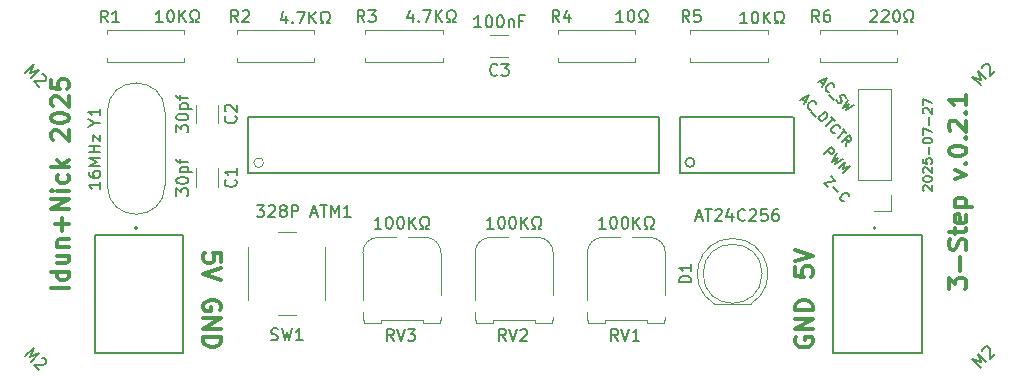
<source format=gbr>
%TF.GenerationSoftware,KiCad,Pcbnew,9.0.3*%
%TF.CreationDate,2025-07-27T16:15:48+02:00*%
%TF.ProjectId,Main Board,4d61696e-2042-46f6-9172-642e6b696361,rev?*%
%TF.SameCoordinates,Original*%
%TF.FileFunction,Legend,Top*%
%TF.FilePolarity,Positive*%
%FSLAX46Y46*%
G04 Gerber Fmt 4.6, Leading zero omitted, Abs format (unit mm)*
G04 Created by KiCad (PCBNEW 9.0.3) date 2025-07-27 16:15:48*
%MOMM*%
%LPD*%
G01*
G04 APERTURE LIST*
%ADD10C,0.300000*%
%ADD11C,0.150000*%
%ADD12C,0.152400*%
%ADD13C,0.100000*%
%ADD14C,0.127000*%
%ADD15C,0.200000*%
%ADD16C,0.120000*%
G04 APERTURE END LIST*
D10*
X109127742Y-103840225D02*
X109199171Y-103697368D01*
X109199171Y-103697368D02*
X109199171Y-103483082D01*
X109199171Y-103483082D02*
X109127742Y-103268796D01*
X109127742Y-103268796D02*
X108984885Y-103125939D01*
X108984885Y-103125939D02*
X108842028Y-103054510D01*
X108842028Y-103054510D02*
X108556314Y-102983082D01*
X108556314Y-102983082D02*
X108342028Y-102983082D01*
X108342028Y-102983082D02*
X108056314Y-103054510D01*
X108056314Y-103054510D02*
X107913457Y-103125939D01*
X107913457Y-103125939D02*
X107770600Y-103268796D01*
X107770600Y-103268796D02*
X107699171Y-103483082D01*
X107699171Y-103483082D02*
X107699171Y-103625939D01*
X107699171Y-103625939D02*
X107770600Y-103840225D01*
X107770600Y-103840225D02*
X107842028Y-103911653D01*
X107842028Y-103911653D02*
X108342028Y-103911653D01*
X108342028Y-103911653D02*
X108342028Y-103625939D01*
X107699171Y-104554510D02*
X109199171Y-104554510D01*
X109199171Y-104554510D02*
X107699171Y-105411653D01*
X107699171Y-105411653D02*
X109199171Y-105411653D01*
X107699171Y-106125939D02*
X109199171Y-106125939D01*
X109199171Y-106125939D02*
X109199171Y-106483082D01*
X109199171Y-106483082D02*
X109127742Y-106697368D01*
X109127742Y-106697368D02*
X108984885Y-106840225D01*
X108984885Y-106840225D02*
X108842028Y-106911654D01*
X108842028Y-106911654D02*
X108556314Y-106983082D01*
X108556314Y-106983082D02*
X108342028Y-106983082D01*
X108342028Y-106983082D02*
X108056314Y-106911654D01*
X108056314Y-106911654D02*
X107913457Y-106840225D01*
X107913457Y-106840225D02*
X107770600Y-106697368D01*
X107770600Y-106697368D02*
X107699171Y-106483082D01*
X107699171Y-106483082D02*
X107699171Y-106125939D01*
D11*
X160791022Y-92510162D02*
X161168145Y-92887285D01*
X161168145Y-92887285D02*
X160225336Y-93075847D01*
X160225336Y-93075847D02*
X160602460Y-93452971D01*
X161033459Y-93452971D02*
X161464457Y-93883969D01*
X161895455Y-94638217D02*
X161841580Y-94638217D01*
X161841580Y-94638217D02*
X161733831Y-94584342D01*
X161733831Y-94584342D02*
X161679956Y-94530467D01*
X161679956Y-94530467D02*
X161626081Y-94422717D01*
X161626081Y-94422717D02*
X161626081Y-94314968D01*
X161626081Y-94314968D02*
X161653019Y-94234156D01*
X161653019Y-94234156D02*
X161733831Y-94099469D01*
X161733831Y-94099469D02*
X161814643Y-94018656D01*
X161814643Y-94018656D02*
X161949330Y-93937844D01*
X161949330Y-93937844D02*
X162030142Y-93910907D01*
X162030142Y-93910907D02*
X162137892Y-93910907D01*
X162137892Y-93910907D02*
X162245642Y-93964782D01*
X162245642Y-93964782D02*
X162299516Y-94018656D01*
X162299516Y-94018656D02*
X162353391Y-94126406D01*
X162353391Y-94126406D02*
X162353391Y-94180281D01*
D10*
X157872257Y-106159774D02*
X157800828Y-106302632D01*
X157800828Y-106302632D02*
X157800828Y-106516917D01*
X157800828Y-106516917D02*
X157872257Y-106731203D01*
X157872257Y-106731203D02*
X158015114Y-106874060D01*
X158015114Y-106874060D02*
X158157971Y-106945489D01*
X158157971Y-106945489D02*
X158443685Y-107016917D01*
X158443685Y-107016917D02*
X158657971Y-107016917D01*
X158657971Y-107016917D02*
X158943685Y-106945489D01*
X158943685Y-106945489D02*
X159086542Y-106874060D01*
X159086542Y-106874060D02*
X159229400Y-106731203D01*
X159229400Y-106731203D02*
X159300828Y-106516917D01*
X159300828Y-106516917D02*
X159300828Y-106374060D01*
X159300828Y-106374060D02*
X159229400Y-106159774D01*
X159229400Y-106159774D02*
X159157971Y-106088346D01*
X159157971Y-106088346D02*
X158657971Y-106088346D01*
X158657971Y-106088346D02*
X158657971Y-106374060D01*
X159300828Y-105445489D02*
X157800828Y-105445489D01*
X157800828Y-105445489D02*
X159300828Y-104588346D01*
X159300828Y-104588346D02*
X157800828Y-104588346D01*
X159300828Y-103874060D02*
X157800828Y-103874060D01*
X157800828Y-103874060D02*
X157800828Y-103516917D01*
X157800828Y-103516917D02*
X157872257Y-103302631D01*
X157872257Y-103302631D02*
X158015114Y-103159774D01*
X158015114Y-103159774D02*
X158157971Y-103088345D01*
X158157971Y-103088345D02*
X158443685Y-103016917D01*
X158443685Y-103016917D02*
X158657971Y-103016917D01*
X158657971Y-103016917D02*
X158943685Y-103088345D01*
X158943685Y-103088345D02*
X159086542Y-103159774D01*
X159086542Y-103159774D02*
X159229400Y-103302631D01*
X159229400Y-103302631D02*
X159300828Y-103516917D01*
X159300828Y-103516917D02*
X159300828Y-103874060D01*
X109199171Y-99768796D02*
X109199171Y-99054510D01*
X109199171Y-99054510D02*
X108484885Y-98983082D01*
X108484885Y-98983082D02*
X108556314Y-99054510D01*
X108556314Y-99054510D02*
X108627742Y-99197368D01*
X108627742Y-99197368D02*
X108627742Y-99554510D01*
X108627742Y-99554510D02*
X108556314Y-99697368D01*
X108556314Y-99697368D02*
X108484885Y-99768796D01*
X108484885Y-99768796D02*
X108342028Y-99840225D01*
X108342028Y-99840225D02*
X107984885Y-99840225D01*
X107984885Y-99840225D02*
X107842028Y-99768796D01*
X107842028Y-99768796D02*
X107770600Y-99697368D01*
X107770600Y-99697368D02*
X107699171Y-99554510D01*
X107699171Y-99554510D02*
X107699171Y-99197368D01*
X107699171Y-99197368D02*
X107770600Y-99054510D01*
X107770600Y-99054510D02*
X107842028Y-98983082D01*
X109199171Y-100268796D02*
X107699171Y-100768796D01*
X107699171Y-100768796D02*
X109199171Y-101268796D01*
X170800828Y-102088346D02*
X170800828Y-101159774D01*
X170800828Y-101159774D02*
X171372257Y-101659774D01*
X171372257Y-101659774D02*
X171372257Y-101445489D01*
X171372257Y-101445489D02*
X171443685Y-101302632D01*
X171443685Y-101302632D02*
X171515114Y-101231203D01*
X171515114Y-101231203D02*
X171657971Y-101159774D01*
X171657971Y-101159774D02*
X172015114Y-101159774D01*
X172015114Y-101159774D02*
X172157971Y-101231203D01*
X172157971Y-101231203D02*
X172229400Y-101302632D01*
X172229400Y-101302632D02*
X172300828Y-101445489D01*
X172300828Y-101445489D02*
X172300828Y-101874060D01*
X172300828Y-101874060D02*
X172229400Y-102016917D01*
X172229400Y-102016917D02*
X172157971Y-102088346D01*
X171729400Y-100516918D02*
X171729400Y-99374061D01*
X172229400Y-98731203D02*
X172300828Y-98516918D01*
X172300828Y-98516918D02*
X172300828Y-98159775D01*
X172300828Y-98159775D02*
X172229400Y-98016918D01*
X172229400Y-98016918D02*
X172157971Y-97945489D01*
X172157971Y-97945489D02*
X172015114Y-97874060D01*
X172015114Y-97874060D02*
X171872257Y-97874060D01*
X171872257Y-97874060D02*
X171729400Y-97945489D01*
X171729400Y-97945489D02*
X171657971Y-98016918D01*
X171657971Y-98016918D02*
X171586542Y-98159775D01*
X171586542Y-98159775D02*
X171515114Y-98445489D01*
X171515114Y-98445489D02*
X171443685Y-98588346D01*
X171443685Y-98588346D02*
X171372257Y-98659775D01*
X171372257Y-98659775D02*
X171229400Y-98731203D01*
X171229400Y-98731203D02*
X171086542Y-98731203D01*
X171086542Y-98731203D02*
X170943685Y-98659775D01*
X170943685Y-98659775D02*
X170872257Y-98588346D01*
X170872257Y-98588346D02*
X170800828Y-98445489D01*
X170800828Y-98445489D02*
X170800828Y-98088346D01*
X170800828Y-98088346D02*
X170872257Y-97874060D01*
X171300828Y-97445489D02*
X171300828Y-96874061D01*
X170800828Y-97231204D02*
X172086542Y-97231204D01*
X172086542Y-97231204D02*
X172229400Y-97159775D01*
X172229400Y-97159775D02*
X172300828Y-97016918D01*
X172300828Y-97016918D02*
X172300828Y-96874061D01*
X172229400Y-95802632D02*
X172300828Y-95945489D01*
X172300828Y-95945489D02*
X172300828Y-96231204D01*
X172300828Y-96231204D02*
X172229400Y-96374061D01*
X172229400Y-96374061D02*
X172086542Y-96445489D01*
X172086542Y-96445489D02*
X171515114Y-96445489D01*
X171515114Y-96445489D02*
X171372257Y-96374061D01*
X171372257Y-96374061D02*
X171300828Y-96231204D01*
X171300828Y-96231204D02*
X171300828Y-95945489D01*
X171300828Y-95945489D02*
X171372257Y-95802632D01*
X171372257Y-95802632D02*
X171515114Y-95731204D01*
X171515114Y-95731204D02*
X171657971Y-95731204D01*
X171657971Y-95731204D02*
X171800828Y-96445489D01*
X171300828Y-95088347D02*
X172800828Y-95088347D01*
X171372257Y-95088347D02*
X171300828Y-94945490D01*
X171300828Y-94945490D02*
X171300828Y-94659775D01*
X171300828Y-94659775D02*
X171372257Y-94516918D01*
X171372257Y-94516918D02*
X171443685Y-94445490D01*
X171443685Y-94445490D02*
X171586542Y-94374061D01*
X171586542Y-94374061D02*
X172015114Y-94374061D01*
X172015114Y-94374061D02*
X172157971Y-94445490D01*
X172157971Y-94445490D02*
X172229400Y-94516918D01*
X172229400Y-94516918D02*
X172300828Y-94659775D01*
X172300828Y-94659775D02*
X172300828Y-94945490D01*
X172300828Y-94945490D02*
X172229400Y-95088347D01*
X171300828Y-92731204D02*
X172300828Y-92374061D01*
X172300828Y-92374061D02*
X171300828Y-92016918D01*
X172157971Y-91445490D02*
X172229400Y-91374061D01*
X172229400Y-91374061D02*
X172300828Y-91445490D01*
X172300828Y-91445490D02*
X172229400Y-91516918D01*
X172229400Y-91516918D02*
X172157971Y-91445490D01*
X172157971Y-91445490D02*
X172300828Y-91445490D01*
X170800828Y-90445489D02*
X170800828Y-90302632D01*
X170800828Y-90302632D02*
X170872257Y-90159775D01*
X170872257Y-90159775D02*
X170943685Y-90088347D01*
X170943685Y-90088347D02*
X171086542Y-90016918D01*
X171086542Y-90016918D02*
X171372257Y-89945489D01*
X171372257Y-89945489D02*
X171729400Y-89945489D01*
X171729400Y-89945489D02*
X172015114Y-90016918D01*
X172015114Y-90016918D02*
X172157971Y-90088347D01*
X172157971Y-90088347D02*
X172229400Y-90159775D01*
X172229400Y-90159775D02*
X172300828Y-90302632D01*
X172300828Y-90302632D02*
X172300828Y-90445489D01*
X172300828Y-90445489D02*
X172229400Y-90588347D01*
X172229400Y-90588347D02*
X172157971Y-90659775D01*
X172157971Y-90659775D02*
X172015114Y-90731204D01*
X172015114Y-90731204D02*
X171729400Y-90802632D01*
X171729400Y-90802632D02*
X171372257Y-90802632D01*
X171372257Y-90802632D02*
X171086542Y-90731204D01*
X171086542Y-90731204D02*
X170943685Y-90659775D01*
X170943685Y-90659775D02*
X170872257Y-90588347D01*
X170872257Y-90588347D02*
X170800828Y-90445489D01*
X172157971Y-89302633D02*
X172229400Y-89231204D01*
X172229400Y-89231204D02*
X172300828Y-89302633D01*
X172300828Y-89302633D02*
X172229400Y-89374061D01*
X172229400Y-89374061D02*
X172157971Y-89302633D01*
X172157971Y-89302633D02*
X172300828Y-89302633D01*
X170943685Y-88659775D02*
X170872257Y-88588347D01*
X170872257Y-88588347D02*
X170800828Y-88445490D01*
X170800828Y-88445490D02*
X170800828Y-88088347D01*
X170800828Y-88088347D02*
X170872257Y-87945490D01*
X170872257Y-87945490D02*
X170943685Y-87874061D01*
X170943685Y-87874061D02*
X171086542Y-87802632D01*
X171086542Y-87802632D02*
X171229400Y-87802632D01*
X171229400Y-87802632D02*
X171443685Y-87874061D01*
X171443685Y-87874061D02*
X172300828Y-88731204D01*
X172300828Y-88731204D02*
X172300828Y-87802632D01*
X172157971Y-87159776D02*
X172229400Y-87088347D01*
X172229400Y-87088347D02*
X172300828Y-87159776D01*
X172300828Y-87159776D02*
X172229400Y-87231204D01*
X172229400Y-87231204D02*
X172157971Y-87159776D01*
X172157971Y-87159776D02*
X172300828Y-87159776D01*
X172300828Y-85659775D02*
X172300828Y-86516918D01*
X172300828Y-86088347D02*
X170800828Y-86088347D01*
X170800828Y-86088347D02*
X171015114Y-86231204D01*
X171015114Y-86231204D02*
X171157971Y-86374061D01*
X171157971Y-86374061D02*
X171229400Y-86516918D01*
X157800828Y-100231203D02*
X157800828Y-100945489D01*
X157800828Y-100945489D02*
X158515114Y-101016917D01*
X158515114Y-101016917D02*
X158443685Y-100945489D01*
X158443685Y-100945489D02*
X158372257Y-100802632D01*
X158372257Y-100802632D02*
X158372257Y-100445489D01*
X158372257Y-100445489D02*
X158443685Y-100302632D01*
X158443685Y-100302632D02*
X158515114Y-100231203D01*
X158515114Y-100231203D02*
X158657971Y-100159774D01*
X158657971Y-100159774D02*
X159015114Y-100159774D01*
X159015114Y-100159774D02*
X159157971Y-100231203D01*
X159157971Y-100231203D02*
X159229400Y-100302632D01*
X159229400Y-100302632D02*
X159300828Y-100445489D01*
X159300828Y-100445489D02*
X159300828Y-100802632D01*
X159300828Y-100802632D02*
X159229400Y-100945489D01*
X159229400Y-100945489D02*
X159157971Y-101016917D01*
X157800828Y-99731203D02*
X159300828Y-99231203D01*
X159300828Y-99231203D02*
X157800828Y-98731203D01*
X96300828Y-101945489D02*
X94800828Y-101945489D01*
X96300828Y-100588346D02*
X94800828Y-100588346D01*
X96229400Y-100588346D02*
X96300828Y-100731203D01*
X96300828Y-100731203D02*
X96300828Y-101016917D01*
X96300828Y-101016917D02*
X96229400Y-101159774D01*
X96229400Y-101159774D02*
X96157971Y-101231203D01*
X96157971Y-101231203D02*
X96015114Y-101302631D01*
X96015114Y-101302631D02*
X95586542Y-101302631D01*
X95586542Y-101302631D02*
X95443685Y-101231203D01*
X95443685Y-101231203D02*
X95372257Y-101159774D01*
X95372257Y-101159774D02*
X95300828Y-101016917D01*
X95300828Y-101016917D02*
X95300828Y-100731203D01*
X95300828Y-100731203D02*
X95372257Y-100588346D01*
X95300828Y-99231203D02*
X96300828Y-99231203D01*
X95300828Y-99874060D02*
X96086542Y-99874060D01*
X96086542Y-99874060D02*
X96229400Y-99802631D01*
X96229400Y-99802631D02*
X96300828Y-99659774D01*
X96300828Y-99659774D02*
X96300828Y-99445488D01*
X96300828Y-99445488D02*
X96229400Y-99302631D01*
X96229400Y-99302631D02*
X96157971Y-99231203D01*
X95300828Y-98516917D02*
X96300828Y-98516917D01*
X95443685Y-98516917D02*
X95372257Y-98445488D01*
X95372257Y-98445488D02*
X95300828Y-98302631D01*
X95300828Y-98302631D02*
X95300828Y-98088345D01*
X95300828Y-98088345D02*
X95372257Y-97945488D01*
X95372257Y-97945488D02*
X95515114Y-97874060D01*
X95515114Y-97874060D02*
X96300828Y-97874060D01*
X95729400Y-97159774D02*
X95729400Y-96016917D01*
X96300828Y-96588345D02*
X95157971Y-96588345D01*
X96300828Y-95302631D02*
X94800828Y-95302631D01*
X94800828Y-95302631D02*
X96300828Y-94445488D01*
X96300828Y-94445488D02*
X94800828Y-94445488D01*
X96300828Y-93731202D02*
X95300828Y-93731202D01*
X94800828Y-93731202D02*
X94872257Y-93802630D01*
X94872257Y-93802630D02*
X94943685Y-93731202D01*
X94943685Y-93731202D02*
X94872257Y-93659773D01*
X94872257Y-93659773D02*
X94800828Y-93731202D01*
X94800828Y-93731202D02*
X94943685Y-93731202D01*
X96229400Y-92374059D02*
X96300828Y-92516916D01*
X96300828Y-92516916D02*
X96300828Y-92802630D01*
X96300828Y-92802630D02*
X96229400Y-92945487D01*
X96229400Y-92945487D02*
X96157971Y-93016916D01*
X96157971Y-93016916D02*
X96015114Y-93088344D01*
X96015114Y-93088344D02*
X95586542Y-93088344D01*
X95586542Y-93088344D02*
X95443685Y-93016916D01*
X95443685Y-93016916D02*
X95372257Y-92945487D01*
X95372257Y-92945487D02*
X95300828Y-92802630D01*
X95300828Y-92802630D02*
X95300828Y-92516916D01*
X95300828Y-92516916D02*
X95372257Y-92374059D01*
X96300828Y-91731202D02*
X94800828Y-91731202D01*
X95729400Y-91588345D02*
X96300828Y-91159773D01*
X95300828Y-91159773D02*
X95872257Y-91731202D01*
X94943685Y-89445487D02*
X94872257Y-89374059D01*
X94872257Y-89374059D02*
X94800828Y-89231202D01*
X94800828Y-89231202D02*
X94800828Y-88874059D01*
X94800828Y-88874059D02*
X94872257Y-88731202D01*
X94872257Y-88731202D02*
X94943685Y-88659773D01*
X94943685Y-88659773D02*
X95086542Y-88588344D01*
X95086542Y-88588344D02*
X95229400Y-88588344D01*
X95229400Y-88588344D02*
X95443685Y-88659773D01*
X95443685Y-88659773D02*
X96300828Y-89516916D01*
X96300828Y-89516916D02*
X96300828Y-88588344D01*
X94800828Y-87659773D02*
X94800828Y-87516916D01*
X94800828Y-87516916D02*
X94872257Y-87374059D01*
X94872257Y-87374059D02*
X94943685Y-87302631D01*
X94943685Y-87302631D02*
X95086542Y-87231202D01*
X95086542Y-87231202D02*
X95372257Y-87159773D01*
X95372257Y-87159773D02*
X95729400Y-87159773D01*
X95729400Y-87159773D02*
X96015114Y-87231202D01*
X96015114Y-87231202D02*
X96157971Y-87302631D01*
X96157971Y-87302631D02*
X96229400Y-87374059D01*
X96229400Y-87374059D02*
X96300828Y-87516916D01*
X96300828Y-87516916D02*
X96300828Y-87659773D01*
X96300828Y-87659773D02*
X96229400Y-87802631D01*
X96229400Y-87802631D02*
X96157971Y-87874059D01*
X96157971Y-87874059D02*
X96015114Y-87945488D01*
X96015114Y-87945488D02*
X95729400Y-88016916D01*
X95729400Y-88016916D02*
X95372257Y-88016916D01*
X95372257Y-88016916D02*
X95086542Y-87945488D01*
X95086542Y-87945488D02*
X94943685Y-87874059D01*
X94943685Y-87874059D02*
X94872257Y-87802631D01*
X94872257Y-87802631D02*
X94800828Y-87659773D01*
X94943685Y-86588345D02*
X94872257Y-86516917D01*
X94872257Y-86516917D02*
X94800828Y-86374060D01*
X94800828Y-86374060D02*
X94800828Y-86016917D01*
X94800828Y-86016917D02*
X94872257Y-85874060D01*
X94872257Y-85874060D02*
X94943685Y-85802631D01*
X94943685Y-85802631D02*
X95086542Y-85731202D01*
X95086542Y-85731202D02*
X95229400Y-85731202D01*
X95229400Y-85731202D02*
X95443685Y-85802631D01*
X95443685Y-85802631D02*
X96300828Y-86659774D01*
X96300828Y-86659774D02*
X96300828Y-85731202D01*
X94800828Y-84374060D02*
X94800828Y-85088346D01*
X94800828Y-85088346D02*
X95515114Y-85159774D01*
X95515114Y-85159774D02*
X95443685Y-85088346D01*
X95443685Y-85088346D02*
X95372257Y-84945489D01*
X95372257Y-84945489D02*
X95372257Y-84588346D01*
X95372257Y-84588346D02*
X95443685Y-84445489D01*
X95443685Y-84445489D02*
X95515114Y-84374060D01*
X95515114Y-84374060D02*
X95657971Y-84302631D01*
X95657971Y-84302631D02*
X96015114Y-84302631D01*
X96015114Y-84302631D02*
X96157971Y-84374060D01*
X96157971Y-84374060D02*
X96229400Y-84445489D01*
X96229400Y-84445489D02*
X96300828Y-84588346D01*
X96300828Y-84588346D02*
X96300828Y-84945489D01*
X96300828Y-84945489D02*
X96229400Y-85088346D01*
X96229400Y-85088346D02*
X96157971Y-85159774D01*
D11*
X168670485Y-93748935D02*
X168632390Y-93710839D01*
X168632390Y-93710839D02*
X168594295Y-93634649D01*
X168594295Y-93634649D02*
X168594295Y-93444173D01*
X168594295Y-93444173D02*
X168632390Y-93367982D01*
X168632390Y-93367982D02*
X168670485Y-93329887D01*
X168670485Y-93329887D02*
X168746676Y-93291792D01*
X168746676Y-93291792D02*
X168822866Y-93291792D01*
X168822866Y-93291792D02*
X168937152Y-93329887D01*
X168937152Y-93329887D02*
X169394295Y-93787030D01*
X169394295Y-93787030D02*
X169394295Y-93291792D01*
X168594295Y-92796553D02*
X168594295Y-92720363D01*
X168594295Y-92720363D02*
X168632390Y-92644172D01*
X168632390Y-92644172D02*
X168670485Y-92606077D01*
X168670485Y-92606077D02*
X168746676Y-92567982D01*
X168746676Y-92567982D02*
X168899057Y-92529887D01*
X168899057Y-92529887D02*
X169089533Y-92529887D01*
X169089533Y-92529887D02*
X169241914Y-92567982D01*
X169241914Y-92567982D02*
X169318104Y-92606077D01*
X169318104Y-92606077D02*
X169356200Y-92644172D01*
X169356200Y-92644172D02*
X169394295Y-92720363D01*
X169394295Y-92720363D02*
X169394295Y-92796553D01*
X169394295Y-92796553D02*
X169356200Y-92872744D01*
X169356200Y-92872744D02*
X169318104Y-92910839D01*
X169318104Y-92910839D02*
X169241914Y-92948934D01*
X169241914Y-92948934D02*
X169089533Y-92987030D01*
X169089533Y-92987030D02*
X168899057Y-92987030D01*
X168899057Y-92987030D02*
X168746676Y-92948934D01*
X168746676Y-92948934D02*
X168670485Y-92910839D01*
X168670485Y-92910839D02*
X168632390Y-92872744D01*
X168632390Y-92872744D02*
X168594295Y-92796553D01*
X168670485Y-92225125D02*
X168632390Y-92187029D01*
X168632390Y-92187029D02*
X168594295Y-92110839D01*
X168594295Y-92110839D02*
X168594295Y-91920363D01*
X168594295Y-91920363D02*
X168632390Y-91844172D01*
X168632390Y-91844172D02*
X168670485Y-91806077D01*
X168670485Y-91806077D02*
X168746676Y-91767982D01*
X168746676Y-91767982D02*
X168822866Y-91767982D01*
X168822866Y-91767982D02*
X168937152Y-91806077D01*
X168937152Y-91806077D02*
X169394295Y-92263220D01*
X169394295Y-92263220D02*
X169394295Y-91767982D01*
X168594295Y-91044172D02*
X168594295Y-91425124D01*
X168594295Y-91425124D02*
X168975247Y-91463220D01*
X168975247Y-91463220D02*
X168937152Y-91425124D01*
X168937152Y-91425124D02*
X168899057Y-91348934D01*
X168899057Y-91348934D02*
X168899057Y-91158458D01*
X168899057Y-91158458D02*
X168937152Y-91082267D01*
X168937152Y-91082267D02*
X168975247Y-91044172D01*
X168975247Y-91044172D02*
X169051438Y-91006077D01*
X169051438Y-91006077D02*
X169241914Y-91006077D01*
X169241914Y-91006077D02*
X169318104Y-91044172D01*
X169318104Y-91044172D02*
X169356200Y-91082267D01*
X169356200Y-91082267D02*
X169394295Y-91158458D01*
X169394295Y-91158458D02*
X169394295Y-91348934D01*
X169394295Y-91348934D02*
X169356200Y-91425124D01*
X169356200Y-91425124D02*
X169318104Y-91463220D01*
X169089533Y-90663219D02*
X169089533Y-90053696D01*
X168594295Y-89520362D02*
X168594295Y-89444172D01*
X168594295Y-89444172D02*
X168632390Y-89367981D01*
X168632390Y-89367981D02*
X168670485Y-89329886D01*
X168670485Y-89329886D02*
X168746676Y-89291791D01*
X168746676Y-89291791D02*
X168899057Y-89253696D01*
X168899057Y-89253696D02*
X169089533Y-89253696D01*
X169089533Y-89253696D02*
X169241914Y-89291791D01*
X169241914Y-89291791D02*
X169318104Y-89329886D01*
X169318104Y-89329886D02*
X169356200Y-89367981D01*
X169356200Y-89367981D02*
X169394295Y-89444172D01*
X169394295Y-89444172D02*
X169394295Y-89520362D01*
X169394295Y-89520362D02*
X169356200Y-89596553D01*
X169356200Y-89596553D02*
X169318104Y-89634648D01*
X169318104Y-89634648D02*
X169241914Y-89672743D01*
X169241914Y-89672743D02*
X169089533Y-89710839D01*
X169089533Y-89710839D02*
X168899057Y-89710839D01*
X168899057Y-89710839D02*
X168746676Y-89672743D01*
X168746676Y-89672743D02*
X168670485Y-89634648D01*
X168670485Y-89634648D02*
X168632390Y-89596553D01*
X168632390Y-89596553D02*
X168594295Y-89520362D01*
X168594295Y-88987029D02*
X168594295Y-88453695D01*
X168594295Y-88453695D02*
X169394295Y-88796553D01*
X169089533Y-88148933D02*
X169089533Y-87539410D01*
X168670485Y-87196553D02*
X168632390Y-87158457D01*
X168632390Y-87158457D02*
X168594295Y-87082267D01*
X168594295Y-87082267D02*
X168594295Y-86891791D01*
X168594295Y-86891791D02*
X168632390Y-86815600D01*
X168632390Y-86815600D02*
X168670485Y-86777505D01*
X168670485Y-86777505D02*
X168746676Y-86739410D01*
X168746676Y-86739410D02*
X168822866Y-86739410D01*
X168822866Y-86739410D02*
X168937152Y-86777505D01*
X168937152Y-86777505D02*
X169394295Y-87234648D01*
X169394295Y-87234648D02*
X169394295Y-86739410D01*
X168594295Y-86472743D02*
X168594295Y-85939409D01*
X168594295Y-85939409D02*
X169394295Y-86282267D01*
X160279211Y-90629722D02*
X160844897Y-90064037D01*
X160844897Y-90064037D02*
X161060396Y-90279536D01*
X161060396Y-90279536D02*
X161087333Y-90360348D01*
X161087333Y-90360348D02*
X161087333Y-90414223D01*
X161087333Y-90414223D02*
X161060396Y-90495035D01*
X161060396Y-90495035D02*
X160979584Y-90575847D01*
X160979584Y-90575847D02*
X160898771Y-90602785D01*
X160898771Y-90602785D02*
X160844897Y-90602785D01*
X160844897Y-90602785D02*
X160764084Y-90575847D01*
X160764084Y-90575847D02*
X160548585Y-90360348D01*
X161356707Y-90575847D02*
X160925709Y-91276220D01*
X160925709Y-91276220D02*
X161437519Y-90979908D01*
X161437519Y-90979908D02*
X161141208Y-91491719D01*
X161141208Y-91491719D02*
X161841580Y-91060720D01*
X161491394Y-91841905D02*
X162057080Y-91276220D01*
X162057080Y-91276220D02*
X161841581Y-91868843D01*
X161841581Y-91868843D02*
X162434203Y-91653344D01*
X162434203Y-91653344D02*
X161868518Y-92219029D01*
X159913898Y-84441160D02*
X160183272Y-84710534D01*
X159698399Y-84548910D02*
X160452646Y-84171786D01*
X160452646Y-84171786D02*
X160075523Y-84926033D01*
X160641208Y-85383969D02*
X160587333Y-85383969D01*
X160587333Y-85383969D02*
X160479583Y-85330094D01*
X160479583Y-85330094D02*
X160425709Y-85276220D01*
X160425709Y-85276220D02*
X160371834Y-85168470D01*
X160371834Y-85168470D02*
X160371834Y-85060720D01*
X160371834Y-85060720D02*
X160398771Y-84979908D01*
X160398771Y-84979908D02*
X160479583Y-84845221D01*
X160479583Y-84845221D02*
X160560396Y-84764409D01*
X160560396Y-84764409D02*
X160695083Y-84683597D01*
X160695083Y-84683597D02*
X160775895Y-84656659D01*
X160775895Y-84656659D02*
X160883644Y-84656659D01*
X160883644Y-84656659D02*
X160991394Y-84710534D01*
X160991394Y-84710534D02*
X161045269Y-84764409D01*
X161045269Y-84764409D02*
X161099144Y-84872158D01*
X161099144Y-84872158D02*
X161099144Y-84926033D01*
X160641208Y-85599468D02*
X161072206Y-86030467D01*
X161260768Y-86057404D02*
X161314643Y-86165154D01*
X161314643Y-86165154D02*
X161449330Y-86299841D01*
X161449330Y-86299841D02*
X161530142Y-86326778D01*
X161530142Y-86326778D02*
X161584017Y-86326778D01*
X161584017Y-86326778D02*
X161664829Y-86299841D01*
X161664829Y-86299841D02*
X161718704Y-86245966D01*
X161718704Y-86245966D02*
X161745641Y-86165154D01*
X161745641Y-86165154D02*
X161745641Y-86111279D01*
X161745641Y-86111279D02*
X161718704Y-86030467D01*
X161718704Y-86030467D02*
X161637892Y-85895780D01*
X161637892Y-85895780D02*
X161610954Y-85814968D01*
X161610954Y-85814968D02*
X161610954Y-85761093D01*
X161610954Y-85761093D02*
X161637892Y-85680281D01*
X161637892Y-85680281D02*
X161691767Y-85626406D01*
X161691767Y-85626406D02*
X161772579Y-85599468D01*
X161772579Y-85599468D02*
X161826454Y-85599468D01*
X161826454Y-85599468D02*
X161907266Y-85626406D01*
X161907266Y-85626406D02*
X162041953Y-85761093D01*
X162041953Y-85761093D02*
X162095828Y-85868842D01*
X162311327Y-86030467D02*
X161880329Y-86730839D01*
X161880329Y-86730839D02*
X162392139Y-86434528D01*
X162392139Y-86434528D02*
X162095828Y-86946339D01*
X162095828Y-86946339D02*
X162796200Y-86515340D01*
X158413898Y-85941160D02*
X158683272Y-86210534D01*
X158198399Y-86048910D02*
X158952646Y-85671786D01*
X158952646Y-85671786D02*
X158575523Y-86426033D01*
X159141208Y-86883969D02*
X159087333Y-86883969D01*
X159087333Y-86883969D02*
X158979583Y-86830094D01*
X158979583Y-86830094D02*
X158925709Y-86776220D01*
X158925709Y-86776220D02*
X158871834Y-86668470D01*
X158871834Y-86668470D02*
X158871834Y-86560720D01*
X158871834Y-86560720D02*
X158898771Y-86479908D01*
X158898771Y-86479908D02*
X158979583Y-86345221D01*
X158979583Y-86345221D02*
X159060396Y-86264409D01*
X159060396Y-86264409D02*
X159195083Y-86183597D01*
X159195083Y-86183597D02*
X159275895Y-86156659D01*
X159275895Y-86156659D02*
X159383644Y-86156659D01*
X159383644Y-86156659D02*
X159491394Y-86210534D01*
X159491394Y-86210534D02*
X159545269Y-86264409D01*
X159545269Y-86264409D02*
X159599144Y-86372158D01*
X159599144Y-86372158D02*
X159599144Y-86426033D01*
X159141208Y-87099468D02*
X159572206Y-87530467D01*
X159760768Y-87611279D02*
X160326454Y-87045594D01*
X160326454Y-87045594D02*
X160461141Y-87180281D01*
X160461141Y-87180281D02*
X160515015Y-87288030D01*
X160515015Y-87288030D02*
X160515015Y-87395780D01*
X160515015Y-87395780D02*
X160488078Y-87476592D01*
X160488078Y-87476592D02*
X160407266Y-87611279D01*
X160407266Y-87611279D02*
X160326454Y-87692091D01*
X160326454Y-87692091D02*
X160191767Y-87772903D01*
X160191767Y-87772903D02*
X160110954Y-87799841D01*
X160110954Y-87799841D02*
X160003205Y-87799841D01*
X160003205Y-87799841D02*
X159895455Y-87745966D01*
X159895455Y-87745966D02*
X159760768Y-87611279D01*
X160811327Y-87530467D02*
X161134576Y-87853716D01*
X160407266Y-88257777D02*
X160972951Y-87692091D01*
X161134576Y-88877337D02*
X161080701Y-88877337D01*
X161080701Y-88877337D02*
X160972951Y-88823462D01*
X160972951Y-88823462D02*
X160919077Y-88769587D01*
X160919077Y-88769587D02*
X160865202Y-88661838D01*
X160865202Y-88661838D02*
X160865202Y-88554088D01*
X160865202Y-88554088D02*
X160892139Y-88473276D01*
X160892139Y-88473276D02*
X160972951Y-88338589D01*
X160972951Y-88338589D02*
X161053764Y-88257777D01*
X161053764Y-88257777D02*
X161188451Y-88176965D01*
X161188451Y-88176965D02*
X161269263Y-88150027D01*
X161269263Y-88150027D02*
X161377012Y-88150027D01*
X161377012Y-88150027D02*
X161484762Y-88203902D01*
X161484762Y-88203902D02*
X161538637Y-88257777D01*
X161538637Y-88257777D02*
X161592512Y-88365526D01*
X161592512Y-88365526D02*
X161592512Y-88419401D01*
X161808011Y-88527151D02*
X162131260Y-88850400D01*
X161403950Y-89254461D02*
X161969635Y-88688775D01*
X162077385Y-89927896D02*
X162158197Y-89469960D01*
X161754136Y-89604647D02*
X162319822Y-89038962D01*
X162319822Y-89038962D02*
X162535321Y-89254461D01*
X162535321Y-89254461D02*
X162562258Y-89335273D01*
X162562258Y-89335273D02*
X162562258Y-89389148D01*
X162562258Y-89389148D02*
X162535321Y-89469960D01*
X162535321Y-89469960D02*
X162454509Y-89550772D01*
X162454509Y-89550772D02*
X162373696Y-89577710D01*
X162373696Y-89577710D02*
X162319822Y-89577710D01*
X162319822Y-89577710D02*
X162239009Y-89550772D01*
X162239009Y-89550772D02*
X162023510Y-89335273D01*
X116832296Y-95669215D02*
X117308783Y-95669215D01*
X116736999Y-95955107D02*
X117070540Y-94954485D01*
X117070540Y-94954485D02*
X117404080Y-95955107D01*
X117594675Y-94954485D02*
X118166459Y-94954485D01*
X117880567Y-95955107D02*
X117880567Y-94954485D01*
X118500000Y-95955107D02*
X118500000Y-94954485D01*
X118500000Y-94954485D02*
X118833541Y-95669215D01*
X118833541Y-95669215D02*
X119167081Y-94954485D01*
X119167081Y-94954485D02*
X119167081Y-95955107D01*
X120167703Y-95955107D02*
X119595919Y-95955107D01*
X119881811Y-95955107D02*
X119881811Y-94954485D01*
X119881811Y-94954485D02*
X119786514Y-95097431D01*
X119786514Y-95097431D02*
X119691217Y-95192729D01*
X119691217Y-95192729D02*
X119595919Y-95240377D01*
X112211488Y-94953977D02*
X112831505Y-94953977D01*
X112831505Y-94953977D02*
X112497650Y-95335527D01*
X112497650Y-95335527D02*
X112640731Y-95335527D01*
X112640731Y-95335527D02*
X112736118Y-95383220D01*
X112736118Y-95383220D02*
X112783812Y-95430914D01*
X112783812Y-95430914D02*
X112831505Y-95526301D01*
X112831505Y-95526301D02*
X112831505Y-95764770D01*
X112831505Y-95764770D02*
X112783812Y-95860157D01*
X112783812Y-95860157D02*
X112736118Y-95907851D01*
X112736118Y-95907851D02*
X112640731Y-95955544D01*
X112640731Y-95955544D02*
X112354569Y-95955544D01*
X112354569Y-95955544D02*
X112259181Y-95907851D01*
X112259181Y-95907851D02*
X112211488Y-95860157D01*
X113213054Y-95049365D02*
X113260748Y-95001671D01*
X113260748Y-95001671D02*
X113356135Y-94953977D01*
X113356135Y-94953977D02*
X113594604Y-94953977D01*
X113594604Y-94953977D02*
X113689991Y-95001671D01*
X113689991Y-95001671D02*
X113737685Y-95049365D01*
X113737685Y-95049365D02*
X113785378Y-95144752D01*
X113785378Y-95144752D02*
X113785378Y-95240139D01*
X113785378Y-95240139D02*
X113737685Y-95383220D01*
X113737685Y-95383220D02*
X113165361Y-95955544D01*
X113165361Y-95955544D02*
X113785378Y-95955544D01*
X114357702Y-95383220D02*
X114262315Y-95335527D01*
X114262315Y-95335527D02*
X114214621Y-95287833D01*
X114214621Y-95287833D02*
X114166927Y-95192446D01*
X114166927Y-95192446D02*
X114166927Y-95144752D01*
X114166927Y-95144752D02*
X114214621Y-95049365D01*
X114214621Y-95049365D02*
X114262315Y-95001671D01*
X114262315Y-95001671D02*
X114357702Y-94953977D01*
X114357702Y-94953977D02*
X114548477Y-94953977D01*
X114548477Y-94953977D02*
X114643864Y-95001671D01*
X114643864Y-95001671D02*
X114691558Y-95049365D01*
X114691558Y-95049365D02*
X114739251Y-95144752D01*
X114739251Y-95144752D02*
X114739251Y-95192446D01*
X114739251Y-95192446D02*
X114691558Y-95287833D01*
X114691558Y-95287833D02*
X114643864Y-95335527D01*
X114643864Y-95335527D02*
X114548477Y-95383220D01*
X114548477Y-95383220D02*
X114357702Y-95383220D01*
X114357702Y-95383220D02*
X114262315Y-95430914D01*
X114262315Y-95430914D02*
X114214621Y-95478608D01*
X114214621Y-95478608D02*
X114166927Y-95573995D01*
X114166927Y-95573995D02*
X114166927Y-95764770D01*
X114166927Y-95764770D02*
X114214621Y-95860157D01*
X114214621Y-95860157D02*
X114262315Y-95907851D01*
X114262315Y-95907851D02*
X114357702Y-95955544D01*
X114357702Y-95955544D02*
X114548477Y-95955544D01*
X114548477Y-95955544D02*
X114643864Y-95907851D01*
X114643864Y-95907851D02*
X114691558Y-95860157D01*
X114691558Y-95860157D02*
X114739251Y-95764770D01*
X114739251Y-95764770D02*
X114739251Y-95573995D01*
X114739251Y-95573995D02*
X114691558Y-95478608D01*
X114691558Y-95478608D02*
X114643864Y-95430914D01*
X114643864Y-95430914D02*
X114548477Y-95383220D01*
X115168494Y-95955544D02*
X115168494Y-94953977D01*
X115168494Y-94953977D02*
X115550043Y-94953977D01*
X115550043Y-94953977D02*
X115645431Y-95001671D01*
X115645431Y-95001671D02*
X115693124Y-95049365D01*
X115693124Y-95049365D02*
X115740818Y-95144752D01*
X115740818Y-95144752D02*
X115740818Y-95287833D01*
X115740818Y-95287833D02*
X115693124Y-95383220D01*
X115693124Y-95383220D02*
X115645431Y-95430914D01*
X115645431Y-95430914D02*
X115550043Y-95478608D01*
X115550043Y-95478608D02*
X115168494Y-95478608D01*
X149412411Y-96010205D02*
X149888601Y-96010205D01*
X149317173Y-96295920D02*
X149650506Y-95295920D01*
X149650506Y-95295920D02*
X149983839Y-96295920D01*
X150174316Y-95295920D02*
X150745744Y-95295920D01*
X150460030Y-96295920D02*
X150460030Y-95295920D01*
X151031459Y-95391158D02*
X151079078Y-95343539D01*
X151079078Y-95343539D02*
X151174316Y-95295920D01*
X151174316Y-95295920D02*
X151412411Y-95295920D01*
X151412411Y-95295920D02*
X151507649Y-95343539D01*
X151507649Y-95343539D02*
X151555268Y-95391158D01*
X151555268Y-95391158D02*
X151602887Y-95486396D01*
X151602887Y-95486396D02*
X151602887Y-95581634D01*
X151602887Y-95581634D02*
X151555268Y-95724491D01*
X151555268Y-95724491D02*
X150983840Y-96295920D01*
X150983840Y-96295920D02*
X151602887Y-96295920D01*
X152460030Y-95629253D02*
X152460030Y-96295920D01*
X152221935Y-95248301D02*
X151983840Y-95962586D01*
X151983840Y-95962586D02*
X152602887Y-95962586D01*
X153555268Y-96200681D02*
X153507649Y-96248301D01*
X153507649Y-96248301D02*
X153364792Y-96295920D01*
X153364792Y-96295920D02*
X153269554Y-96295920D01*
X153269554Y-96295920D02*
X153126697Y-96248301D01*
X153126697Y-96248301D02*
X153031459Y-96153062D01*
X153031459Y-96153062D02*
X152983840Y-96057824D01*
X152983840Y-96057824D02*
X152936221Y-95867348D01*
X152936221Y-95867348D02*
X152936221Y-95724491D01*
X152936221Y-95724491D02*
X152983840Y-95534015D01*
X152983840Y-95534015D02*
X153031459Y-95438777D01*
X153031459Y-95438777D02*
X153126697Y-95343539D01*
X153126697Y-95343539D02*
X153269554Y-95295920D01*
X153269554Y-95295920D02*
X153364792Y-95295920D01*
X153364792Y-95295920D02*
X153507649Y-95343539D01*
X153507649Y-95343539D02*
X153555268Y-95391158D01*
X153936221Y-95391158D02*
X153983840Y-95343539D01*
X153983840Y-95343539D02*
X154079078Y-95295920D01*
X154079078Y-95295920D02*
X154317173Y-95295920D01*
X154317173Y-95295920D02*
X154412411Y-95343539D01*
X154412411Y-95343539D02*
X154460030Y-95391158D01*
X154460030Y-95391158D02*
X154507649Y-95486396D01*
X154507649Y-95486396D02*
X154507649Y-95581634D01*
X154507649Y-95581634D02*
X154460030Y-95724491D01*
X154460030Y-95724491D02*
X153888602Y-96295920D01*
X153888602Y-96295920D02*
X154507649Y-96295920D01*
X155412411Y-95295920D02*
X154936221Y-95295920D01*
X154936221Y-95295920D02*
X154888602Y-95772110D01*
X154888602Y-95772110D02*
X154936221Y-95724491D01*
X154936221Y-95724491D02*
X155031459Y-95676872D01*
X155031459Y-95676872D02*
X155269554Y-95676872D01*
X155269554Y-95676872D02*
X155364792Y-95724491D01*
X155364792Y-95724491D02*
X155412411Y-95772110D01*
X155412411Y-95772110D02*
X155460030Y-95867348D01*
X155460030Y-95867348D02*
X155460030Y-96105443D01*
X155460030Y-96105443D02*
X155412411Y-96200681D01*
X155412411Y-96200681D02*
X155364792Y-96248301D01*
X155364792Y-96248301D02*
X155269554Y-96295920D01*
X155269554Y-96295920D02*
X155031459Y-96295920D01*
X155031459Y-96295920D02*
X154936221Y-96248301D01*
X154936221Y-96248301D02*
X154888602Y-96200681D01*
X156317173Y-95295920D02*
X156126697Y-95295920D01*
X156126697Y-95295920D02*
X156031459Y-95343539D01*
X156031459Y-95343539D02*
X155983840Y-95391158D01*
X155983840Y-95391158D02*
X155888602Y-95534015D01*
X155888602Y-95534015D02*
X155840983Y-95724491D01*
X155840983Y-95724491D02*
X155840983Y-96105443D01*
X155840983Y-96105443D02*
X155888602Y-96200681D01*
X155888602Y-96200681D02*
X155936221Y-96248301D01*
X155936221Y-96248301D02*
X156031459Y-96295920D01*
X156031459Y-96295920D02*
X156221935Y-96295920D01*
X156221935Y-96295920D02*
X156317173Y-96248301D01*
X156317173Y-96248301D02*
X156364792Y-96200681D01*
X156364792Y-96200681D02*
X156412411Y-96105443D01*
X156412411Y-96105443D02*
X156412411Y-95867348D01*
X156412411Y-95867348D02*
X156364792Y-95772110D01*
X156364792Y-95772110D02*
X156317173Y-95724491D01*
X156317173Y-95724491D02*
X156221935Y-95676872D01*
X156221935Y-95676872D02*
X156031459Y-95676872D01*
X156031459Y-95676872D02*
X155936221Y-95724491D01*
X155936221Y-95724491D02*
X155888602Y-95772110D01*
X155888602Y-95772110D02*
X155840983Y-95867348D01*
X92605974Y-83749185D02*
X93313081Y-83042079D01*
X93313081Y-83042079D02*
X93043707Y-83782857D01*
X93043707Y-83782857D02*
X93784485Y-83513483D01*
X93784485Y-83513483D02*
X93077379Y-84220590D01*
X94020188Y-83883872D02*
X94087531Y-83883872D01*
X94087531Y-83883872D02*
X94188546Y-83917544D01*
X94188546Y-83917544D02*
X94356905Y-84085903D01*
X94356905Y-84085903D02*
X94390577Y-84186918D01*
X94390577Y-84186918D02*
X94390577Y-84254262D01*
X94390577Y-84254262D02*
X94356905Y-84355277D01*
X94356905Y-84355277D02*
X94289562Y-84422620D01*
X94289562Y-84422620D02*
X94154875Y-84489964D01*
X94154875Y-84489964D02*
X93346753Y-84489964D01*
X93346753Y-84489964D02*
X93784485Y-84927697D01*
X92605974Y-107749185D02*
X93313081Y-107042079D01*
X93313081Y-107042079D02*
X93043707Y-107782857D01*
X93043707Y-107782857D02*
X93784485Y-107513483D01*
X93784485Y-107513483D02*
X93077379Y-108220590D01*
X94020188Y-107883872D02*
X94087531Y-107883872D01*
X94087531Y-107883872D02*
X94188546Y-107917544D01*
X94188546Y-107917544D02*
X94356905Y-108085903D01*
X94356905Y-108085903D02*
X94390577Y-108186918D01*
X94390577Y-108186918D02*
X94390577Y-108254262D01*
X94390577Y-108254262D02*
X94356905Y-108355277D01*
X94356905Y-108355277D02*
X94289562Y-108422620D01*
X94289562Y-108422620D02*
X94154875Y-108489964D01*
X94154875Y-108489964D02*
X93346753Y-108489964D01*
X93346753Y-108489964D02*
X93784485Y-108927697D01*
X173513916Y-108713434D02*
X172806810Y-108006327D01*
X172806810Y-108006327D02*
X173547588Y-108275701D01*
X173547588Y-108275701D02*
X173278214Y-107534923D01*
X173278214Y-107534923D02*
X173985321Y-108242029D01*
X173648603Y-107299220D02*
X173648603Y-107231877D01*
X173648603Y-107231877D02*
X173682275Y-107130862D01*
X173682275Y-107130862D02*
X173850634Y-106962503D01*
X173850634Y-106962503D02*
X173951649Y-106928831D01*
X173951649Y-106928831D02*
X174018993Y-106928831D01*
X174018993Y-106928831D02*
X174120008Y-106962503D01*
X174120008Y-106962503D02*
X174187351Y-107029846D01*
X174187351Y-107029846D02*
X174254695Y-107164533D01*
X174254695Y-107164533D02*
X174254695Y-107972655D01*
X174254695Y-107972655D02*
X174692428Y-107534923D01*
X173513916Y-84786332D02*
X172806810Y-84079225D01*
X172806810Y-84079225D02*
X173547588Y-84348599D01*
X173547588Y-84348599D02*
X173278214Y-83607821D01*
X173278214Y-83607821D02*
X173985321Y-84314927D01*
X173648603Y-83372118D02*
X173648603Y-83304775D01*
X173648603Y-83304775D02*
X173682275Y-83203760D01*
X173682275Y-83203760D02*
X173850634Y-83035401D01*
X173850634Y-83035401D02*
X173951649Y-83001729D01*
X173951649Y-83001729D02*
X174018993Y-83001729D01*
X174018993Y-83001729D02*
X174120008Y-83035401D01*
X174120008Y-83035401D02*
X174187351Y-83102744D01*
X174187351Y-83102744D02*
X174254695Y-83237431D01*
X174254695Y-83237431D02*
X174254695Y-84045553D01*
X174254695Y-84045553D02*
X174692428Y-83607821D01*
X123804761Y-106454819D02*
X123471428Y-105978628D01*
X123233333Y-106454819D02*
X123233333Y-105454819D01*
X123233333Y-105454819D02*
X123614285Y-105454819D01*
X123614285Y-105454819D02*
X123709523Y-105502438D01*
X123709523Y-105502438D02*
X123757142Y-105550057D01*
X123757142Y-105550057D02*
X123804761Y-105645295D01*
X123804761Y-105645295D02*
X123804761Y-105788152D01*
X123804761Y-105788152D02*
X123757142Y-105883390D01*
X123757142Y-105883390D02*
X123709523Y-105931009D01*
X123709523Y-105931009D02*
X123614285Y-105978628D01*
X123614285Y-105978628D02*
X123233333Y-105978628D01*
X124090476Y-105454819D02*
X124423809Y-106454819D01*
X124423809Y-106454819D02*
X124757142Y-105454819D01*
X124995238Y-105454819D02*
X125614285Y-105454819D01*
X125614285Y-105454819D02*
X125280952Y-105835771D01*
X125280952Y-105835771D02*
X125423809Y-105835771D01*
X125423809Y-105835771D02*
X125519047Y-105883390D01*
X125519047Y-105883390D02*
X125566666Y-105931009D01*
X125566666Y-105931009D02*
X125614285Y-106026247D01*
X125614285Y-106026247D02*
X125614285Y-106264342D01*
X125614285Y-106264342D02*
X125566666Y-106359580D01*
X125566666Y-106359580D02*
X125519047Y-106407200D01*
X125519047Y-106407200D02*
X125423809Y-106454819D01*
X125423809Y-106454819D02*
X125138095Y-106454819D01*
X125138095Y-106454819D02*
X125042857Y-106407200D01*
X125042857Y-106407200D02*
X124995238Y-106359580D01*
X122761904Y-96954819D02*
X122190476Y-96954819D01*
X122476190Y-96954819D02*
X122476190Y-95954819D01*
X122476190Y-95954819D02*
X122380952Y-96097676D01*
X122380952Y-96097676D02*
X122285714Y-96192914D01*
X122285714Y-96192914D02*
X122190476Y-96240533D01*
X123380952Y-95954819D02*
X123476190Y-95954819D01*
X123476190Y-95954819D02*
X123571428Y-96002438D01*
X123571428Y-96002438D02*
X123619047Y-96050057D01*
X123619047Y-96050057D02*
X123666666Y-96145295D01*
X123666666Y-96145295D02*
X123714285Y-96335771D01*
X123714285Y-96335771D02*
X123714285Y-96573866D01*
X123714285Y-96573866D02*
X123666666Y-96764342D01*
X123666666Y-96764342D02*
X123619047Y-96859580D01*
X123619047Y-96859580D02*
X123571428Y-96907200D01*
X123571428Y-96907200D02*
X123476190Y-96954819D01*
X123476190Y-96954819D02*
X123380952Y-96954819D01*
X123380952Y-96954819D02*
X123285714Y-96907200D01*
X123285714Y-96907200D02*
X123238095Y-96859580D01*
X123238095Y-96859580D02*
X123190476Y-96764342D01*
X123190476Y-96764342D02*
X123142857Y-96573866D01*
X123142857Y-96573866D02*
X123142857Y-96335771D01*
X123142857Y-96335771D02*
X123190476Y-96145295D01*
X123190476Y-96145295D02*
X123238095Y-96050057D01*
X123238095Y-96050057D02*
X123285714Y-96002438D01*
X123285714Y-96002438D02*
X123380952Y-95954819D01*
X124333333Y-95954819D02*
X124428571Y-95954819D01*
X124428571Y-95954819D02*
X124523809Y-96002438D01*
X124523809Y-96002438D02*
X124571428Y-96050057D01*
X124571428Y-96050057D02*
X124619047Y-96145295D01*
X124619047Y-96145295D02*
X124666666Y-96335771D01*
X124666666Y-96335771D02*
X124666666Y-96573866D01*
X124666666Y-96573866D02*
X124619047Y-96764342D01*
X124619047Y-96764342D02*
X124571428Y-96859580D01*
X124571428Y-96859580D02*
X124523809Y-96907200D01*
X124523809Y-96907200D02*
X124428571Y-96954819D01*
X124428571Y-96954819D02*
X124333333Y-96954819D01*
X124333333Y-96954819D02*
X124238095Y-96907200D01*
X124238095Y-96907200D02*
X124190476Y-96859580D01*
X124190476Y-96859580D02*
X124142857Y-96764342D01*
X124142857Y-96764342D02*
X124095238Y-96573866D01*
X124095238Y-96573866D02*
X124095238Y-96335771D01*
X124095238Y-96335771D02*
X124142857Y-96145295D01*
X124142857Y-96145295D02*
X124190476Y-96050057D01*
X124190476Y-96050057D02*
X124238095Y-96002438D01*
X124238095Y-96002438D02*
X124333333Y-95954819D01*
X125095238Y-96954819D02*
X125095238Y-95954819D01*
X125666666Y-96954819D02*
X125238095Y-96383390D01*
X125666666Y-95954819D02*
X125095238Y-96526247D01*
X126047619Y-96954819D02*
X126285714Y-96954819D01*
X126285714Y-96954819D02*
X126285714Y-96764342D01*
X126285714Y-96764342D02*
X126190476Y-96716723D01*
X126190476Y-96716723D02*
X126095238Y-96621485D01*
X126095238Y-96621485D02*
X126047619Y-96478628D01*
X126047619Y-96478628D02*
X126047619Y-96240533D01*
X126047619Y-96240533D02*
X126095238Y-96097676D01*
X126095238Y-96097676D02*
X126190476Y-96002438D01*
X126190476Y-96002438D02*
X126333333Y-95954819D01*
X126333333Y-95954819D02*
X126523809Y-95954819D01*
X126523809Y-95954819D02*
X126666666Y-96002438D01*
X126666666Y-96002438D02*
X126761904Y-96097676D01*
X126761904Y-96097676D02*
X126809523Y-96240533D01*
X126809523Y-96240533D02*
X126809523Y-96478628D01*
X126809523Y-96478628D02*
X126761904Y-96621485D01*
X126761904Y-96621485D02*
X126666666Y-96716723D01*
X126666666Y-96716723D02*
X126571428Y-96764342D01*
X126571428Y-96764342D02*
X126571428Y-96954819D01*
X126571428Y-96954819D02*
X126809523Y-96954819D01*
X121333333Y-79454819D02*
X121000000Y-78978628D01*
X120761905Y-79454819D02*
X120761905Y-78454819D01*
X120761905Y-78454819D02*
X121142857Y-78454819D01*
X121142857Y-78454819D02*
X121238095Y-78502438D01*
X121238095Y-78502438D02*
X121285714Y-78550057D01*
X121285714Y-78550057D02*
X121333333Y-78645295D01*
X121333333Y-78645295D02*
X121333333Y-78788152D01*
X121333333Y-78788152D02*
X121285714Y-78883390D01*
X121285714Y-78883390D02*
X121238095Y-78931009D01*
X121238095Y-78931009D02*
X121142857Y-78978628D01*
X121142857Y-78978628D02*
X120761905Y-78978628D01*
X121666667Y-78454819D02*
X122285714Y-78454819D01*
X122285714Y-78454819D02*
X121952381Y-78835771D01*
X121952381Y-78835771D02*
X122095238Y-78835771D01*
X122095238Y-78835771D02*
X122190476Y-78883390D01*
X122190476Y-78883390D02*
X122238095Y-78931009D01*
X122238095Y-78931009D02*
X122285714Y-79026247D01*
X122285714Y-79026247D02*
X122285714Y-79264342D01*
X122285714Y-79264342D02*
X122238095Y-79359580D01*
X122238095Y-79359580D02*
X122190476Y-79407200D01*
X122190476Y-79407200D02*
X122095238Y-79454819D01*
X122095238Y-79454819D02*
X121809524Y-79454819D01*
X121809524Y-79454819D02*
X121714286Y-79407200D01*
X121714286Y-79407200D02*
X121666667Y-79359580D01*
X125404762Y-78788152D02*
X125404762Y-79454819D01*
X125166667Y-78407200D02*
X124928572Y-79121485D01*
X124928572Y-79121485D02*
X125547619Y-79121485D01*
X125928572Y-79359580D02*
X125976191Y-79407200D01*
X125976191Y-79407200D02*
X125928572Y-79454819D01*
X125928572Y-79454819D02*
X125880953Y-79407200D01*
X125880953Y-79407200D02*
X125928572Y-79359580D01*
X125928572Y-79359580D02*
X125928572Y-79454819D01*
X126309524Y-78454819D02*
X126976190Y-78454819D01*
X126976190Y-78454819D02*
X126547619Y-79454819D01*
X127357143Y-79454819D02*
X127357143Y-78454819D01*
X127928571Y-79454819D02*
X127500000Y-78883390D01*
X127928571Y-78454819D02*
X127357143Y-79026247D01*
X128309524Y-79454819D02*
X128547619Y-79454819D01*
X128547619Y-79454819D02*
X128547619Y-79264342D01*
X128547619Y-79264342D02*
X128452381Y-79216723D01*
X128452381Y-79216723D02*
X128357143Y-79121485D01*
X128357143Y-79121485D02*
X128309524Y-78978628D01*
X128309524Y-78978628D02*
X128309524Y-78740533D01*
X128309524Y-78740533D02*
X128357143Y-78597676D01*
X128357143Y-78597676D02*
X128452381Y-78502438D01*
X128452381Y-78502438D02*
X128595238Y-78454819D01*
X128595238Y-78454819D02*
X128785714Y-78454819D01*
X128785714Y-78454819D02*
X128928571Y-78502438D01*
X128928571Y-78502438D02*
X129023809Y-78597676D01*
X129023809Y-78597676D02*
X129071428Y-78740533D01*
X129071428Y-78740533D02*
X129071428Y-78978628D01*
X129071428Y-78978628D02*
X129023809Y-79121485D01*
X129023809Y-79121485D02*
X128928571Y-79216723D01*
X128928571Y-79216723D02*
X128833333Y-79264342D01*
X128833333Y-79264342D02*
X128833333Y-79454819D01*
X128833333Y-79454819D02*
X129071428Y-79454819D01*
X148994819Y-101508094D02*
X147994819Y-101508094D01*
X147994819Y-101508094D02*
X147994819Y-101269999D01*
X147994819Y-101269999D02*
X148042438Y-101127142D01*
X148042438Y-101127142D02*
X148137676Y-101031904D01*
X148137676Y-101031904D02*
X148232914Y-100984285D01*
X148232914Y-100984285D02*
X148423390Y-100936666D01*
X148423390Y-100936666D02*
X148566247Y-100936666D01*
X148566247Y-100936666D02*
X148756723Y-100984285D01*
X148756723Y-100984285D02*
X148851961Y-101031904D01*
X148851961Y-101031904D02*
X148947200Y-101127142D01*
X148947200Y-101127142D02*
X148994819Y-101269999D01*
X148994819Y-101269999D02*
X148994819Y-101508094D01*
X148994819Y-99984285D02*
X148994819Y-100555713D01*
X148994819Y-100269999D02*
X147994819Y-100269999D01*
X147994819Y-100269999D02*
X148137676Y-100365237D01*
X148137676Y-100365237D02*
X148232914Y-100460475D01*
X148232914Y-100460475D02*
X148280533Y-100555713D01*
X137833333Y-79454819D02*
X137500000Y-78978628D01*
X137261905Y-79454819D02*
X137261905Y-78454819D01*
X137261905Y-78454819D02*
X137642857Y-78454819D01*
X137642857Y-78454819D02*
X137738095Y-78502438D01*
X137738095Y-78502438D02*
X137785714Y-78550057D01*
X137785714Y-78550057D02*
X137833333Y-78645295D01*
X137833333Y-78645295D02*
X137833333Y-78788152D01*
X137833333Y-78788152D02*
X137785714Y-78883390D01*
X137785714Y-78883390D02*
X137738095Y-78931009D01*
X137738095Y-78931009D02*
X137642857Y-78978628D01*
X137642857Y-78978628D02*
X137261905Y-78978628D01*
X138690476Y-78788152D02*
X138690476Y-79454819D01*
X138452381Y-78407200D02*
X138214286Y-79121485D01*
X138214286Y-79121485D02*
X138833333Y-79121485D01*
X143238095Y-79454819D02*
X142666667Y-79454819D01*
X142952381Y-79454819D02*
X142952381Y-78454819D01*
X142952381Y-78454819D02*
X142857143Y-78597676D01*
X142857143Y-78597676D02*
X142761905Y-78692914D01*
X142761905Y-78692914D02*
X142666667Y-78740533D01*
X143857143Y-78454819D02*
X143952381Y-78454819D01*
X143952381Y-78454819D02*
X144047619Y-78502438D01*
X144047619Y-78502438D02*
X144095238Y-78550057D01*
X144095238Y-78550057D02*
X144142857Y-78645295D01*
X144142857Y-78645295D02*
X144190476Y-78835771D01*
X144190476Y-78835771D02*
X144190476Y-79073866D01*
X144190476Y-79073866D02*
X144142857Y-79264342D01*
X144142857Y-79264342D02*
X144095238Y-79359580D01*
X144095238Y-79359580D02*
X144047619Y-79407200D01*
X144047619Y-79407200D02*
X143952381Y-79454819D01*
X143952381Y-79454819D02*
X143857143Y-79454819D01*
X143857143Y-79454819D02*
X143761905Y-79407200D01*
X143761905Y-79407200D02*
X143714286Y-79359580D01*
X143714286Y-79359580D02*
X143666667Y-79264342D01*
X143666667Y-79264342D02*
X143619048Y-79073866D01*
X143619048Y-79073866D02*
X143619048Y-78835771D01*
X143619048Y-78835771D02*
X143666667Y-78645295D01*
X143666667Y-78645295D02*
X143714286Y-78550057D01*
X143714286Y-78550057D02*
X143761905Y-78502438D01*
X143761905Y-78502438D02*
X143857143Y-78454819D01*
X144571429Y-79454819D02*
X144809524Y-79454819D01*
X144809524Y-79454819D02*
X144809524Y-79264342D01*
X144809524Y-79264342D02*
X144714286Y-79216723D01*
X144714286Y-79216723D02*
X144619048Y-79121485D01*
X144619048Y-79121485D02*
X144571429Y-78978628D01*
X144571429Y-78978628D02*
X144571429Y-78740533D01*
X144571429Y-78740533D02*
X144619048Y-78597676D01*
X144619048Y-78597676D02*
X144714286Y-78502438D01*
X144714286Y-78502438D02*
X144857143Y-78454819D01*
X144857143Y-78454819D02*
X145047619Y-78454819D01*
X145047619Y-78454819D02*
X145190476Y-78502438D01*
X145190476Y-78502438D02*
X145285714Y-78597676D01*
X145285714Y-78597676D02*
X145333333Y-78740533D01*
X145333333Y-78740533D02*
X145333333Y-78978628D01*
X145333333Y-78978628D02*
X145285714Y-79121485D01*
X145285714Y-79121485D02*
X145190476Y-79216723D01*
X145190476Y-79216723D02*
X145095238Y-79264342D01*
X145095238Y-79264342D02*
X145095238Y-79454819D01*
X145095238Y-79454819D02*
X145333333Y-79454819D01*
X110409580Y-92794432D02*
X110457200Y-92842051D01*
X110457200Y-92842051D02*
X110504819Y-92984908D01*
X110504819Y-92984908D02*
X110504819Y-93080146D01*
X110504819Y-93080146D02*
X110457200Y-93223003D01*
X110457200Y-93223003D02*
X110361961Y-93318241D01*
X110361961Y-93318241D02*
X110266723Y-93365860D01*
X110266723Y-93365860D02*
X110076247Y-93413479D01*
X110076247Y-93413479D02*
X109933390Y-93413479D01*
X109933390Y-93413479D02*
X109742914Y-93365860D01*
X109742914Y-93365860D02*
X109647676Y-93318241D01*
X109647676Y-93318241D02*
X109552438Y-93223003D01*
X109552438Y-93223003D02*
X109504819Y-93080146D01*
X109504819Y-93080146D02*
X109504819Y-92984908D01*
X109504819Y-92984908D02*
X109552438Y-92842051D01*
X109552438Y-92842051D02*
X109600057Y-92794432D01*
X110504819Y-91842051D02*
X110504819Y-92413479D01*
X110504819Y-92127765D02*
X109504819Y-92127765D01*
X109504819Y-92127765D02*
X109647676Y-92223003D01*
X109647676Y-92223003D02*
X109742914Y-92318241D01*
X109742914Y-92318241D02*
X109790533Y-92413479D01*
X105404819Y-94175384D02*
X105404819Y-93556337D01*
X105404819Y-93556337D02*
X105785771Y-93889670D01*
X105785771Y-93889670D02*
X105785771Y-93746813D01*
X105785771Y-93746813D02*
X105833390Y-93651575D01*
X105833390Y-93651575D02*
X105881009Y-93603956D01*
X105881009Y-93603956D02*
X105976247Y-93556337D01*
X105976247Y-93556337D02*
X106214342Y-93556337D01*
X106214342Y-93556337D02*
X106309580Y-93603956D01*
X106309580Y-93603956D02*
X106357200Y-93651575D01*
X106357200Y-93651575D02*
X106404819Y-93746813D01*
X106404819Y-93746813D02*
X106404819Y-94032527D01*
X106404819Y-94032527D02*
X106357200Y-94127765D01*
X106357200Y-94127765D02*
X106309580Y-94175384D01*
X105404819Y-92937289D02*
X105404819Y-92842051D01*
X105404819Y-92842051D02*
X105452438Y-92746813D01*
X105452438Y-92746813D02*
X105500057Y-92699194D01*
X105500057Y-92699194D02*
X105595295Y-92651575D01*
X105595295Y-92651575D02*
X105785771Y-92603956D01*
X105785771Y-92603956D02*
X106023866Y-92603956D01*
X106023866Y-92603956D02*
X106214342Y-92651575D01*
X106214342Y-92651575D02*
X106309580Y-92699194D01*
X106309580Y-92699194D02*
X106357200Y-92746813D01*
X106357200Y-92746813D02*
X106404819Y-92842051D01*
X106404819Y-92842051D02*
X106404819Y-92937289D01*
X106404819Y-92937289D02*
X106357200Y-93032527D01*
X106357200Y-93032527D02*
X106309580Y-93080146D01*
X106309580Y-93080146D02*
X106214342Y-93127765D01*
X106214342Y-93127765D02*
X106023866Y-93175384D01*
X106023866Y-93175384D02*
X105785771Y-93175384D01*
X105785771Y-93175384D02*
X105595295Y-93127765D01*
X105595295Y-93127765D02*
X105500057Y-93080146D01*
X105500057Y-93080146D02*
X105452438Y-93032527D01*
X105452438Y-93032527D02*
X105404819Y-92937289D01*
X105738152Y-92175384D02*
X106738152Y-92175384D01*
X105785771Y-92175384D02*
X105738152Y-92080146D01*
X105738152Y-92080146D02*
X105738152Y-91889670D01*
X105738152Y-91889670D02*
X105785771Y-91794432D01*
X105785771Y-91794432D02*
X105833390Y-91746813D01*
X105833390Y-91746813D02*
X105928628Y-91699194D01*
X105928628Y-91699194D02*
X106214342Y-91699194D01*
X106214342Y-91699194D02*
X106309580Y-91746813D01*
X106309580Y-91746813D02*
X106357200Y-91794432D01*
X106357200Y-91794432D02*
X106404819Y-91889670D01*
X106404819Y-91889670D02*
X106404819Y-92080146D01*
X106404819Y-92080146D02*
X106357200Y-92175384D01*
X105738152Y-91413479D02*
X105738152Y-91032527D01*
X106404819Y-91270622D02*
X105547676Y-91270622D01*
X105547676Y-91270622D02*
X105452438Y-91223003D01*
X105452438Y-91223003D02*
X105404819Y-91127765D01*
X105404819Y-91127765D02*
X105404819Y-91032527D01*
X110643333Y-79454819D02*
X110310000Y-78978628D01*
X110071905Y-79454819D02*
X110071905Y-78454819D01*
X110071905Y-78454819D02*
X110452857Y-78454819D01*
X110452857Y-78454819D02*
X110548095Y-78502438D01*
X110548095Y-78502438D02*
X110595714Y-78550057D01*
X110595714Y-78550057D02*
X110643333Y-78645295D01*
X110643333Y-78645295D02*
X110643333Y-78788152D01*
X110643333Y-78788152D02*
X110595714Y-78883390D01*
X110595714Y-78883390D02*
X110548095Y-78931009D01*
X110548095Y-78931009D02*
X110452857Y-78978628D01*
X110452857Y-78978628D02*
X110071905Y-78978628D01*
X111024286Y-78550057D02*
X111071905Y-78502438D01*
X111071905Y-78502438D02*
X111167143Y-78454819D01*
X111167143Y-78454819D02*
X111405238Y-78454819D01*
X111405238Y-78454819D02*
X111500476Y-78502438D01*
X111500476Y-78502438D02*
X111548095Y-78550057D01*
X111548095Y-78550057D02*
X111595714Y-78645295D01*
X111595714Y-78645295D02*
X111595714Y-78740533D01*
X111595714Y-78740533D02*
X111548095Y-78883390D01*
X111548095Y-78883390D02*
X110976667Y-79454819D01*
X110976667Y-79454819D02*
X111595714Y-79454819D01*
X114714762Y-78918152D02*
X114714762Y-79584819D01*
X114476667Y-78537200D02*
X114238572Y-79251485D01*
X114238572Y-79251485D02*
X114857619Y-79251485D01*
X115238572Y-79489580D02*
X115286191Y-79537200D01*
X115286191Y-79537200D02*
X115238572Y-79584819D01*
X115238572Y-79584819D02*
X115190953Y-79537200D01*
X115190953Y-79537200D02*
X115238572Y-79489580D01*
X115238572Y-79489580D02*
X115238572Y-79584819D01*
X115619524Y-78584819D02*
X116286190Y-78584819D01*
X116286190Y-78584819D02*
X115857619Y-79584819D01*
X116667143Y-79584819D02*
X116667143Y-78584819D01*
X117238571Y-79584819D02*
X116810000Y-79013390D01*
X117238571Y-78584819D02*
X116667143Y-79156247D01*
X117619524Y-79584819D02*
X117857619Y-79584819D01*
X117857619Y-79584819D02*
X117857619Y-79394342D01*
X117857619Y-79394342D02*
X117762381Y-79346723D01*
X117762381Y-79346723D02*
X117667143Y-79251485D01*
X117667143Y-79251485D02*
X117619524Y-79108628D01*
X117619524Y-79108628D02*
X117619524Y-78870533D01*
X117619524Y-78870533D02*
X117667143Y-78727676D01*
X117667143Y-78727676D02*
X117762381Y-78632438D01*
X117762381Y-78632438D02*
X117905238Y-78584819D01*
X117905238Y-78584819D02*
X118095714Y-78584819D01*
X118095714Y-78584819D02*
X118238571Y-78632438D01*
X118238571Y-78632438D02*
X118333809Y-78727676D01*
X118333809Y-78727676D02*
X118381428Y-78870533D01*
X118381428Y-78870533D02*
X118381428Y-79108628D01*
X118381428Y-79108628D02*
X118333809Y-79251485D01*
X118333809Y-79251485D02*
X118238571Y-79346723D01*
X118238571Y-79346723D02*
X118143333Y-79394342D01*
X118143333Y-79394342D02*
X118143333Y-79584819D01*
X118143333Y-79584819D02*
X118381428Y-79584819D01*
X110409580Y-87416666D02*
X110457200Y-87464285D01*
X110457200Y-87464285D02*
X110504819Y-87607142D01*
X110504819Y-87607142D02*
X110504819Y-87702380D01*
X110504819Y-87702380D02*
X110457200Y-87845237D01*
X110457200Y-87845237D02*
X110361961Y-87940475D01*
X110361961Y-87940475D02*
X110266723Y-87988094D01*
X110266723Y-87988094D02*
X110076247Y-88035713D01*
X110076247Y-88035713D02*
X109933390Y-88035713D01*
X109933390Y-88035713D02*
X109742914Y-87988094D01*
X109742914Y-87988094D02*
X109647676Y-87940475D01*
X109647676Y-87940475D02*
X109552438Y-87845237D01*
X109552438Y-87845237D02*
X109504819Y-87702380D01*
X109504819Y-87702380D02*
X109504819Y-87607142D01*
X109504819Y-87607142D02*
X109552438Y-87464285D01*
X109552438Y-87464285D02*
X109600057Y-87416666D01*
X109600057Y-87035713D02*
X109552438Y-86988094D01*
X109552438Y-86988094D02*
X109504819Y-86892856D01*
X109504819Y-86892856D02*
X109504819Y-86654761D01*
X109504819Y-86654761D02*
X109552438Y-86559523D01*
X109552438Y-86559523D02*
X109600057Y-86511904D01*
X109600057Y-86511904D02*
X109695295Y-86464285D01*
X109695295Y-86464285D02*
X109790533Y-86464285D01*
X109790533Y-86464285D02*
X109933390Y-86511904D01*
X109933390Y-86511904D02*
X110504819Y-87083332D01*
X110504819Y-87083332D02*
X110504819Y-86464285D01*
X105404819Y-88797618D02*
X105404819Y-88178571D01*
X105404819Y-88178571D02*
X105785771Y-88511904D01*
X105785771Y-88511904D02*
X105785771Y-88369047D01*
X105785771Y-88369047D02*
X105833390Y-88273809D01*
X105833390Y-88273809D02*
X105881009Y-88226190D01*
X105881009Y-88226190D02*
X105976247Y-88178571D01*
X105976247Y-88178571D02*
X106214342Y-88178571D01*
X106214342Y-88178571D02*
X106309580Y-88226190D01*
X106309580Y-88226190D02*
X106357200Y-88273809D01*
X106357200Y-88273809D02*
X106404819Y-88369047D01*
X106404819Y-88369047D02*
X106404819Y-88654761D01*
X106404819Y-88654761D02*
X106357200Y-88749999D01*
X106357200Y-88749999D02*
X106309580Y-88797618D01*
X105404819Y-87559523D02*
X105404819Y-87464285D01*
X105404819Y-87464285D02*
X105452438Y-87369047D01*
X105452438Y-87369047D02*
X105500057Y-87321428D01*
X105500057Y-87321428D02*
X105595295Y-87273809D01*
X105595295Y-87273809D02*
X105785771Y-87226190D01*
X105785771Y-87226190D02*
X106023866Y-87226190D01*
X106023866Y-87226190D02*
X106214342Y-87273809D01*
X106214342Y-87273809D02*
X106309580Y-87321428D01*
X106309580Y-87321428D02*
X106357200Y-87369047D01*
X106357200Y-87369047D02*
X106404819Y-87464285D01*
X106404819Y-87464285D02*
X106404819Y-87559523D01*
X106404819Y-87559523D02*
X106357200Y-87654761D01*
X106357200Y-87654761D02*
X106309580Y-87702380D01*
X106309580Y-87702380D02*
X106214342Y-87749999D01*
X106214342Y-87749999D02*
X106023866Y-87797618D01*
X106023866Y-87797618D02*
X105785771Y-87797618D01*
X105785771Y-87797618D02*
X105595295Y-87749999D01*
X105595295Y-87749999D02*
X105500057Y-87702380D01*
X105500057Y-87702380D02*
X105452438Y-87654761D01*
X105452438Y-87654761D02*
X105404819Y-87559523D01*
X105738152Y-86797618D02*
X106738152Y-86797618D01*
X105785771Y-86797618D02*
X105738152Y-86702380D01*
X105738152Y-86702380D02*
X105738152Y-86511904D01*
X105738152Y-86511904D02*
X105785771Y-86416666D01*
X105785771Y-86416666D02*
X105833390Y-86369047D01*
X105833390Y-86369047D02*
X105928628Y-86321428D01*
X105928628Y-86321428D02*
X106214342Y-86321428D01*
X106214342Y-86321428D02*
X106309580Y-86369047D01*
X106309580Y-86369047D02*
X106357200Y-86416666D01*
X106357200Y-86416666D02*
X106404819Y-86511904D01*
X106404819Y-86511904D02*
X106404819Y-86702380D01*
X106404819Y-86702380D02*
X106357200Y-86797618D01*
X105738152Y-86035713D02*
X105738152Y-85654761D01*
X106404819Y-85892856D02*
X105547676Y-85892856D01*
X105547676Y-85892856D02*
X105452438Y-85845237D01*
X105452438Y-85845237D02*
X105404819Y-85749999D01*
X105404819Y-85749999D02*
X105404819Y-85654761D01*
X113440620Y-106359787D02*
X113583477Y-106407406D01*
X113583477Y-106407406D02*
X113821572Y-106407406D01*
X113821572Y-106407406D02*
X113916810Y-106359787D01*
X113916810Y-106359787D02*
X113964429Y-106312167D01*
X113964429Y-106312167D02*
X114012048Y-106216929D01*
X114012048Y-106216929D02*
X114012048Y-106121691D01*
X114012048Y-106121691D02*
X113964429Y-106026453D01*
X113964429Y-106026453D02*
X113916810Y-105978834D01*
X113916810Y-105978834D02*
X113821572Y-105931215D01*
X113821572Y-105931215D02*
X113631096Y-105883596D01*
X113631096Y-105883596D02*
X113535858Y-105835977D01*
X113535858Y-105835977D02*
X113488239Y-105788358D01*
X113488239Y-105788358D02*
X113440620Y-105693120D01*
X113440620Y-105693120D02*
X113440620Y-105597882D01*
X113440620Y-105597882D02*
X113488239Y-105502644D01*
X113488239Y-105502644D02*
X113535858Y-105455025D01*
X113535858Y-105455025D02*
X113631096Y-105407406D01*
X113631096Y-105407406D02*
X113869191Y-105407406D01*
X113869191Y-105407406D02*
X114012048Y-105455025D01*
X114345382Y-105407406D02*
X114583477Y-106407406D01*
X114583477Y-106407406D02*
X114773953Y-105693120D01*
X114773953Y-105693120D02*
X114964429Y-106407406D01*
X114964429Y-106407406D02*
X115202525Y-105407406D01*
X116107286Y-106407406D02*
X115535858Y-106407406D01*
X115821572Y-106407406D02*
X115821572Y-105407406D01*
X115821572Y-105407406D02*
X115726334Y-105550263D01*
X115726334Y-105550263D02*
X115631096Y-105645501D01*
X115631096Y-105645501D02*
X115535858Y-105693120D01*
X148833333Y-79454819D02*
X148500000Y-78978628D01*
X148261905Y-79454819D02*
X148261905Y-78454819D01*
X148261905Y-78454819D02*
X148642857Y-78454819D01*
X148642857Y-78454819D02*
X148738095Y-78502438D01*
X148738095Y-78502438D02*
X148785714Y-78550057D01*
X148785714Y-78550057D02*
X148833333Y-78645295D01*
X148833333Y-78645295D02*
X148833333Y-78788152D01*
X148833333Y-78788152D02*
X148785714Y-78883390D01*
X148785714Y-78883390D02*
X148738095Y-78931009D01*
X148738095Y-78931009D02*
X148642857Y-78978628D01*
X148642857Y-78978628D02*
X148261905Y-78978628D01*
X149738095Y-78454819D02*
X149261905Y-78454819D01*
X149261905Y-78454819D02*
X149214286Y-78931009D01*
X149214286Y-78931009D02*
X149261905Y-78883390D01*
X149261905Y-78883390D02*
X149357143Y-78835771D01*
X149357143Y-78835771D02*
X149595238Y-78835771D01*
X149595238Y-78835771D02*
X149690476Y-78883390D01*
X149690476Y-78883390D02*
X149738095Y-78931009D01*
X149738095Y-78931009D02*
X149785714Y-79026247D01*
X149785714Y-79026247D02*
X149785714Y-79264342D01*
X149785714Y-79264342D02*
X149738095Y-79359580D01*
X149738095Y-79359580D02*
X149690476Y-79407200D01*
X149690476Y-79407200D02*
X149595238Y-79454819D01*
X149595238Y-79454819D02*
X149357143Y-79454819D01*
X149357143Y-79454819D02*
X149261905Y-79407200D01*
X149261905Y-79407200D02*
X149214286Y-79359580D01*
X153738095Y-79584819D02*
X153166667Y-79584819D01*
X153452381Y-79584819D02*
X153452381Y-78584819D01*
X153452381Y-78584819D02*
X153357143Y-78727676D01*
X153357143Y-78727676D02*
X153261905Y-78822914D01*
X153261905Y-78822914D02*
X153166667Y-78870533D01*
X154357143Y-78584819D02*
X154452381Y-78584819D01*
X154452381Y-78584819D02*
X154547619Y-78632438D01*
X154547619Y-78632438D02*
X154595238Y-78680057D01*
X154595238Y-78680057D02*
X154642857Y-78775295D01*
X154642857Y-78775295D02*
X154690476Y-78965771D01*
X154690476Y-78965771D02*
X154690476Y-79203866D01*
X154690476Y-79203866D02*
X154642857Y-79394342D01*
X154642857Y-79394342D02*
X154595238Y-79489580D01*
X154595238Y-79489580D02*
X154547619Y-79537200D01*
X154547619Y-79537200D02*
X154452381Y-79584819D01*
X154452381Y-79584819D02*
X154357143Y-79584819D01*
X154357143Y-79584819D02*
X154261905Y-79537200D01*
X154261905Y-79537200D02*
X154214286Y-79489580D01*
X154214286Y-79489580D02*
X154166667Y-79394342D01*
X154166667Y-79394342D02*
X154119048Y-79203866D01*
X154119048Y-79203866D02*
X154119048Y-78965771D01*
X154119048Y-78965771D02*
X154166667Y-78775295D01*
X154166667Y-78775295D02*
X154214286Y-78680057D01*
X154214286Y-78680057D02*
X154261905Y-78632438D01*
X154261905Y-78632438D02*
X154357143Y-78584819D01*
X155119048Y-79584819D02*
X155119048Y-78584819D01*
X155690476Y-79584819D02*
X155261905Y-79013390D01*
X155690476Y-78584819D02*
X155119048Y-79156247D01*
X156071429Y-79584819D02*
X156309524Y-79584819D01*
X156309524Y-79584819D02*
X156309524Y-79394342D01*
X156309524Y-79394342D02*
X156214286Y-79346723D01*
X156214286Y-79346723D02*
X156119048Y-79251485D01*
X156119048Y-79251485D02*
X156071429Y-79108628D01*
X156071429Y-79108628D02*
X156071429Y-78870533D01*
X156071429Y-78870533D02*
X156119048Y-78727676D01*
X156119048Y-78727676D02*
X156214286Y-78632438D01*
X156214286Y-78632438D02*
X156357143Y-78584819D01*
X156357143Y-78584819D02*
X156547619Y-78584819D01*
X156547619Y-78584819D02*
X156690476Y-78632438D01*
X156690476Y-78632438D02*
X156785714Y-78727676D01*
X156785714Y-78727676D02*
X156833333Y-78870533D01*
X156833333Y-78870533D02*
X156833333Y-79108628D01*
X156833333Y-79108628D02*
X156785714Y-79251485D01*
X156785714Y-79251485D02*
X156690476Y-79346723D01*
X156690476Y-79346723D02*
X156595238Y-79394342D01*
X156595238Y-79394342D02*
X156595238Y-79584819D01*
X156595238Y-79584819D02*
X156833333Y-79584819D01*
X98478628Y-87976190D02*
X98954819Y-87976190D01*
X97954819Y-88309523D02*
X98478628Y-87976190D01*
X98478628Y-87976190D02*
X97954819Y-87642857D01*
X98954819Y-86785714D02*
X98954819Y-87357142D01*
X98954819Y-87071428D02*
X97954819Y-87071428D01*
X97954819Y-87071428D02*
X98097676Y-87166666D01*
X98097676Y-87166666D02*
X98192914Y-87261904D01*
X98192914Y-87261904D02*
X98240533Y-87357142D01*
X98974820Y-93013731D02*
X98974820Y-93585159D01*
X98974820Y-93299445D02*
X97974820Y-93299445D01*
X97974820Y-93299445D02*
X98117677Y-93394683D01*
X98117677Y-93394683D02*
X98212915Y-93489921D01*
X98212915Y-93489921D02*
X98260534Y-93585159D01*
X97974820Y-92156588D02*
X97974820Y-92347064D01*
X97974820Y-92347064D02*
X98022439Y-92442302D01*
X98022439Y-92442302D02*
X98070058Y-92489921D01*
X98070058Y-92489921D02*
X98212915Y-92585159D01*
X98212915Y-92585159D02*
X98403391Y-92632778D01*
X98403391Y-92632778D02*
X98784343Y-92632778D01*
X98784343Y-92632778D02*
X98879581Y-92585159D01*
X98879581Y-92585159D02*
X98927201Y-92537540D01*
X98927201Y-92537540D02*
X98974820Y-92442302D01*
X98974820Y-92442302D02*
X98974820Y-92251826D01*
X98974820Y-92251826D02*
X98927201Y-92156588D01*
X98927201Y-92156588D02*
X98879581Y-92108969D01*
X98879581Y-92108969D02*
X98784343Y-92061350D01*
X98784343Y-92061350D02*
X98546248Y-92061350D01*
X98546248Y-92061350D02*
X98451010Y-92108969D01*
X98451010Y-92108969D02*
X98403391Y-92156588D01*
X98403391Y-92156588D02*
X98355772Y-92251826D01*
X98355772Y-92251826D02*
X98355772Y-92442302D01*
X98355772Y-92442302D02*
X98403391Y-92537540D01*
X98403391Y-92537540D02*
X98451010Y-92585159D01*
X98451010Y-92585159D02*
X98546248Y-92632778D01*
X98974820Y-91632778D02*
X97974820Y-91632778D01*
X97974820Y-91632778D02*
X98689105Y-91299445D01*
X98689105Y-91299445D02*
X97974820Y-90966112D01*
X97974820Y-90966112D02*
X98974820Y-90966112D01*
X98974820Y-90489921D02*
X97974820Y-90489921D01*
X98451010Y-90489921D02*
X98451010Y-89918493D01*
X98974820Y-89918493D02*
X97974820Y-89918493D01*
X98308153Y-89537540D02*
X98308153Y-89013731D01*
X98308153Y-89013731D02*
X98974820Y-89537540D01*
X98974820Y-89537540D02*
X98974820Y-89013731D01*
X133304761Y-106454819D02*
X132971428Y-105978628D01*
X132733333Y-106454819D02*
X132733333Y-105454819D01*
X132733333Y-105454819D02*
X133114285Y-105454819D01*
X133114285Y-105454819D02*
X133209523Y-105502438D01*
X133209523Y-105502438D02*
X133257142Y-105550057D01*
X133257142Y-105550057D02*
X133304761Y-105645295D01*
X133304761Y-105645295D02*
X133304761Y-105788152D01*
X133304761Y-105788152D02*
X133257142Y-105883390D01*
X133257142Y-105883390D02*
X133209523Y-105931009D01*
X133209523Y-105931009D02*
X133114285Y-105978628D01*
X133114285Y-105978628D02*
X132733333Y-105978628D01*
X133590476Y-105454819D02*
X133923809Y-106454819D01*
X133923809Y-106454819D02*
X134257142Y-105454819D01*
X134542857Y-105550057D02*
X134590476Y-105502438D01*
X134590476Y-105502438D02*
X134685714Y-105454819D01*
X134685714Y-105454819D02*
X134923809Y-105454819D01*
X134923809Y-105454819D02*
X135019047Y-105502438D01*
X135019047Y-105502438D02*
X135066666Y-105550057D01*
X135066666Y-105550057D02*
X135114285Y-105645295D01*
X135114285Y-105645295D02*
X135114285Y-105740533D01*
X135114285Y-105740533D02*
X135066666Y-105883390D01*
X135066666Y-105883390D02*
X134495238Y-106454819D01*
X134495238Y-106454819D02*
X135114285Y-106454819D01*
X132261904Y-96954819D02*
X131690476Y-96954819D01*
X131976190Y-96954819D02*
X131976190Y-95954819D01*
X131976190Y-95954819D02*
X131880952Y-96097676D01*
X131880952Y-96097676D02*
X131785714Y-96192914D01*
X131785714Y-96192914D02*
X131690476Y-96240533D01*
X132880952Y-95954819D02*
X132976190Y-95954819D01*
X132976190Y-95954819D02*
X133071428Y-96002438D01*
X133071428Y-96002438D02*
X133119047Y-96050057D01*
X133119047Y-96050057D02*
X133166666Y-96145295D01*
X133166666Y-96145295D02*
X133214285Y-96335771D01*
X133214285Y-96335771D02*
X133214285Y-96573866D01*
X133214285Y-96573866D02*
X133166666Y-96764342D01*
X133166666Y-96764342D02*
X133119047Y-96859580D01*
X133119047Y-96859580D02*
X133071428Y-96907200D01*
X133071428Y-96907200D02*
X132976190Y-96954819D01*
X132976190Y-96954819D02*
X132880952Y-96954819D01*
X132880952Y-96954819D02*
X132785714Y-96907200D01*
X132785714Y-96907200D02*
X132738095Y-96859580D01*
X132738095Y-96859580D02*
X132690476Y-96764342D01*
X132690476Y-96764342D02*
X132642857Y-96573866D01*
X132642857Y-96573866D02*
X132642857Y-96335771D01*
X132642857Y-96335771D02*
X132690476Y-96145295D01*
X132690476Y-96145295D02*
X132738095Y-96050057D01*
X132738095Y-96050057D02*
X132785714Y-96002438D01*
X132785714Y-96002438D02*
X132880952Y-95954819D01*
X133833333Y-95954819D02*
X133928571Y-95954819D01*
X133928571Y-95954819D02*
X134023809Y-96002438D01*
X134023809Y-96002438D02*
X134071428Y-96050057D01*
X134071428Y-96050057D02*
X134119047Y-96145295D01*
X134119047Y-96145295D02*
X134166666Y-96335771D01*
X134166666Y-96335771D02*
X134166666Y-96573866D01*
X134166666Y-96573866D02*
X134119047Y-96764342D01*
X134119047Y-96764342D02*
X134071428Y-96859580D01*
X134071428Y-96859580D02*
X134023809Y-96907200D01*
X134023809Y-96907200D02*
X133928571Y-96954819D01*
X133928571Y-96954819D02*
X133833333Y-96954819D01*
X133833333Y-96954819D02*
X133738095Y-96907200D01*
X133738095Y-96907200D02*
X133690476Y-96859580D01*
X133690476Y-96859580D02*
X133642857Y-96764342D01*
X133642857Y-96764342D02*
X133595238Y-96573866D01*
X133595238Y-96573866D02*
X133595238Y-96335771D01*
X133595238Y-96335771D02*
X133642857Y-96145295D01*
X133642857Y-96145295D02*
X133690476Y-96050057D01*
X133690476Y-96050057D02*
X133738095Y-96002438D01*
X133738095Y-96002438D02*
X133833333Y-95954819D01*
X134595238Y-96954819D02*
X134595238Y-95954819D01*
X135166666Y-96954819D02*
X134738095Y-96383390D01*
X135166666Y-95954819D02*
X134595238Y-96526247D01*
X135547619Y-96954819D02*
X135785714Y-96954819D01*
X135785714Y-96954819D02*
X135785714Y-96764342D01*
X135785714Y-96764342D02*
X135690476Y-96716723D01*
X135690476Y-96716723D02*
X135595238Y-96621485D01*
X135595238Y-96621485D02*
X135547619Y-96478628D01*
X135547619Y-96478628D02*
X135547619Y-96240533D01*
X135547619Y-96240533D02*
X135595238Y-96097676D01*
X135595238Y-96097676D02*
X135690476Y-96002438D01*
X135690476Y-96002438D02*
X135833333Y-95954819D01*
X135833333Y-95954819D02*
X136023809Y-95954819D01*
X136023809Y-95954819D02*
X136166666Y-96002438D01*
X136166666Y-96002438D02*
X136261904Y-96097676D01*
X136261904Y-96097676D02*
X136309523Y-96240533D01*
X136309523Y-96240533D02*
X136309523Y-96478628D01*
X136309523Y-96478628D02*
X136261904Y-96621485D01*
X136261904Y-96621485D02*
X136166666Y-96716723D01*
X136166666Y-96716723D02*
X136071428Y-96764342D01*
X136071428Y-96764342D02*
X136071428Y-96954819D01*
X136071428Y-96954819D02*
X136309523Y-96954819D01*
X142804761Y-106454819D02*
X142471428Y-105978628D01*
X142233333Y-106454819D02*
X142233333Y-105454819D01*
X142233333Y-105454819D02*
X142614285Y-105454819D01*
X142614285Y-105454819D02*
X142709523Y-105502438D01*
X142709523Y-105502438D02*
X142757142Y-105550057D01*
X142757142Y-105550057D02*
X142804761Y-105645295D01*
X142804761Y-105645295D02*
X142804761Y-105788152D01*
X142804761Y-105788152D02*
X142757142Y-105883390D01*
X142757142Y-105883390D02*
X142709523Y-105931009D01*
X142709523Y-105931009D02*
X142614285Y-105978628D01*
X142614285Y-105978628D02*
X142233333Y-105978628D01*
X143090476Y-105454819D02*
X143423809Y-106454819D01*
X143423809Y-106454819D02*
X143757142Y-105454819D01*
X144614285Y-106454819D02*
X144042857Y-106454819D01*
X144328571Y-106454819D02*
X144328571Y-105454819D01*
X144328571Y-105454819D02*
X144233333Y-105597676D01*
X144233333Y-105597676D02*
X144138095Y-105692914D01*
X144138095Y-105692914D02*
X144042857Y-105740533D01*
X141761904Y-96954819D02*
X141190476Y-96954819D01*
X141476190Y-96954819D02*
X141476190Y-95954819D01*
X141476190Y-95954819D02*
X141380952Y-96097676D01*
X141380952Y-96097676D02*
X141285714Y-96192914D01*
X141285714Y-96192914D02*
X141190476Y-96240533D01*
X142380952Y-95954819D02*
X142476190Y-95954819D01*
X142476190Y-95954819D02*
X142571428Y-96002438D01*
X142571428Y-96002438D02*
X142619047Y-96050057D01*
X142619047Y-96050057D02*
X142666666Y-96145295D01*
X142666666Y-96145295D02*
X142714285Y-96335771D01*
X142714285Y-96335771D02*
X142714285Y-96573866D01*
X142714285Y-96573866D02*
X142666666Y-96764342D01*
X142666666Y-96764342D02*
X142619047Y-96859580D01*
X142619047Y-96859580D02*
X142571428Y-96907200D01*
X142571428Y-96907200D02*
X142476190Y-96954819D01*
X142476190Y-96954819D02*
X142380952Y-96954819D01*
X142380952Y-96954819D02*
X142285714Y-96907200D01*
X142285714Y-96907200D02*
X142238095Y-96859580D01*
X142238095Y-96859580D02*
X142190476Y-96764342D01*
X142190476Y-96764342D02*
X142142857Y-96573866D01*
X142142857Y-96573866D02*
X142142857Y-96335771D01*
X142142857Y-96335771D02*
X142190476Y-96145295D01*
X142190476Y-96145295D02*
X142238095Y-96050057D01*
X142238095Y-96050057D02*
X142285714Y-96002438D01*
X142285714Y-96002438D02*
X142380952Y-95954819D01*
X143333333Y-95954819D02*
X143428571Y-95954819D01*
X143428571Y-95954819D02*
X143523809Y-96002438D01*
X143523809Y-96002438D02*
X143571428Y-96050057D01*
X143571428Y-96050057D02*
X143619047Y-96145295D01*
X143619047Y-96145295D02*
X143666666Y-96335771D01*
X143666666Y-96335771D02*
X143666666Y-96573866D01*
X143666666Y-96573866D02*
X143619047Y-96764342D01*
X143619047Y-96764342D02*
X143571428Y-96859580D01*
X143571428Y-96859580D02*
X143523809Y-96907200D01*
X143523809Y-96907200D02*
X143428571Y-96954819D01*
X143428571Y-96954819D02*
X143333333Y-96954819D01*
X143333333Y-96954819D02*
X143238095Y-96907200D01*
X143238095Y-96907200D02*
X143190476Y-96859580D01*
X143190476Y-96859580D02*
X143142857Y-96764342D01*
X143142857Y-96764342D02*
X143095238Y-96573866D01*
X143095238Y-96573866D02*
X143095238Y-96335771D01*
X143095238Y-96335771D02*
X143142857Y-96145295D01*
X143142857Y-96145295D02*
X143190476Y-96050057D01*
X143190476Y-96050057D02*
X143238095Y-96002438D01*
X143238095Y-96002438D02*
X143333333Y-95954819D01*
X144095238Y-96954819D02*
X144095238Y-95954819D01*
X144666666Y-96954819D02*
X144238095Y-96383390D01*
X144666666Y-95954819D02*
X144095238Y-96526247D01*
X145047619Y-96954819D02*
X145285714Y-96954819D01*
X145285714Y-96954819D02*
X145285714Y-96764342D01*
X145285714Y-96764342D02*
X145190476Y-96716723D01*
X145190476Y-96716723D02*
X145095238Y-96621485D01*
X145095238Y-96621485D02*
X145047619Y-96478628D01*
X145047619Y-96478628D02*
X145047619Y-96240533D01*
X145047619Y-96240533D02*
X145095238Y-96097676D01*
X145095238Y-96097676D02*
X145190476Y-96002438D01*
X145190476Y-96002438D02*
X145333333Y-95954819D01*
X145333333Y-95954819D02*
X145523809Y-95954819D01*
X145523809Y-95954819D02*
X145666666Y-96002438D01*
X145666666Y-96002438D02*
X145761904Y-96097676D01*
X145761904Y-96097676D02*
X145809523Y-96240533D01*
X145809523Y-96240533D02*
X145809523Y-96478628D01*
X145809523Y-96478628D02*
X145761904Y-96621485D01*
X145761904Y-96621485D02*
X145666666Y-96716723D01*
X145666666Y-96716723D02*
X145571428Y-96764342D01*
X145571428Y-96764342D02*
X145571428Y-96954819D01*
X145571428Y-96954819D02*
X145809523Y-96954819D01*
X159833333Y-79454819D02*
X159500000Y-78978628D01*
X159261905Y-79454819D02*
X159261905Y-78454819D01*
X159261905Y-78454819D02*
X159642857Y-78454819D01*
X159642857Y-78454819D02*
X159738095Y-78502438D01*
X159738095Y-78502438D02*
X159785714Y-78550057D01*
X159785714Y-78550057D02*
X159833333Y-78645295D01*
X159833333Y-78645295D02*
X159833333Y-78788152D01*
X159833333Y-78788152D02*
X159785714Y-78883390D01*
X159785714Y-78883390D02*
X159738095Y-78931009D01*
X159738095Y-78931009D02*
X159642857Y-78978628D01*
X159642857Y-78978628D02*
X159261905Y-78978628D01*
X160690476Y-78454819D02*
X160500000Y-78454819D01*
X160500000Y-78454819D02*
X160404762Y-78502438D01*
X160404762Y-78502438D02*
X160357143Y-78550057D01*
X160357143Y-78550057D02*
X160261905Y-78692914D01*
X160261905Y-78692914D02*
X160214286Y-78883390D01*
X160214286Y-78883390D02*
X160214286Y-79264342D01*
X160214286Y-79264342D02*
X160261905Y-79359580D01*
X160261905Y-79359580D02*
X160309524Y-79407200D01*
X160309524Y-79407200D02*
X160404762Y-79454819D01*
X160404762Y-79454819D02*
X160595238Y-79454819D01*
X160595238Y-79454819D02*
X160690476Y-79407200D01*
X160690476Y-79407200D02*
X160738095Y-79359580D01*
X160738095Y-79359580D02*
X160785714Y-79264342D01*
X160785714Y-79264342D02*
X160785714Y-79026247D01*
X160785714Y-79026247D02*
X160738095Y-78931009D01*
X160738095Y-78931009D02*
X160690476Y-78883390D01*
X160690476Y-78883390D02*
X160595238Y-78835771D01*
X160595238Y-78835771D02*
X160404762Y-78835771D01*
X160404762Y-78835771D02*
X160309524Y-78883390D01*
X160309524Y-78883390D02*
X160261905Y-78931009D01*
X160261905Y-78931009D02*
X160214286Y-79026247D01*
X164190476Y-78550057D02*
X164238095Y-78502438D01*
X164238095Y-78502438D02*
X164333333Y-78454819D01*
X164333333Y-78454819D02*
X164571428Y-78454819D01*
X164571428Y-78454819D02*
X164666666Y-78502438D01*
X164666666Y-78502438D02*
X164714285Y-78550057D01*
X164714285Y-78550057D02*
X164761904Y-78645295D01*
X164761904Y-78645295D02*
X164761904Y-78740533D01*
X164761904Y-78740533D02*
X164714285Y-78883390D01*
X164714285Y-78883390D02*
X164142857Y-79454819D01*
X164142857Y-79454819D02*
X164761904Y-79454819D01*
X165142857Y-78550057D02*
X165190476Y-78502438D01*
X165190476Y-78502438D02*
X165285714Y-78454819D01*
X165285714Y-78454819D02*
X165523809Y-78454819D01*
X165523809Y-78454819D02*
X165619047Y-78502438D01*
X165619047Y-78502438D02*
X165666666Y-78550057D01*
X165666666Y-78550057D02*
X165714285Y-78645295D01*
X165714285Y-78645295D02*
X165714285Y-78740533D01*
X165714285Y-78740533D02*
X165666666Y-78883390D01*
X165666666Y-78883390D02*
X165095238Y-79454819D01*
X165095238Y-79454819D02*
X165714285Y-79454819D01*
X166333333Y-78454819D02*
X166428571Y-78454819D01*
X166428571Y-78454819D02*
X166523809Y-78502438D01*
X166523809Y-78502438D02*
X166571428Y-78550057D01*
X166571428Y-78550057D02*
X166619047Y-78645295D01*
X166619047Y-78645295D02*
X166666666Y-78835771D01*
X166666666Y-78835771D02*
X166666666Y-79073866D01*
X166666666Y-79073866D02*
X166619047Y-79264342D01*
X166619047Y-79264342D02*
X166571428Y-79359580D01*
X166571428Y-79359580D02*
X166523809Y-79407200D01*
X166523809Y-79407200D02*
X166428571Y-79454819D01*
X166428571Y-79454819D02*
X166333333Y-79454819D01*
X166333333Y-79454819D02*
X166238095Y-79407200D01*
X166238095Y-79407200D02*
X166190476Y-79359580D01*
X166190476Y-79359580D02*
X166142857Y-79264342D01*
X166142857Y-79264342D02*
X166095238Y-79073866D01*
X166095238Y-79073866D02*
X166095238Y-78835771D01*
X166095238Y-78835771D02*
X166142857Y-78645295D01*
X166142857Y-78645295D02*
X166190476Y-78550057D01*
X166190476Y-78550057D02*
X166238095Y-78502438D01*
X166238095Y-78502438D02*
X166333333Y-78454819D01*
X167047619Y-79454819D02*
X167285714Y-79454819D01*
X167285714Y-79454819D02*
X167285714Y-79264342D01*
X167285714Y-79264342D02*
X167190476Y-79216723D01*
X167190476Y-79216723D02*
X167095238Y-79121485D01*
X167095238Y-79121485D02*
X167047619Y-78978628D01*
X167047619Y-78978628D02*
X167047619Y-78740533D01*
X167047619Y-78740533D02*
X167095238Y-78597676D01*
X167095238Y-78597676D02*
X167190476Y-78502438D01*
X167190476Y-78502438D02*
X167333333Y-78454819D01*
X167333333Y-78454819D02*
X167523809Y-78454819D01*
X167523809Y-78454819D02*
X167666666Y-78502438D01*
X167666666Y-78502438D02*
X167761904Y-78597676D01*
X167761904Y-78597676D02*
X167809523Y-78740533D01*
X167809523Y-78740533D02*
X167809523Y-78978628D01*
X167809523Y-78978628D02*
X167761904Y-79121485D01*
X167761904Y-79121485D02*
X167666666Y-79216723D01*
X167666666Y-79216723D02*
X167571428Y-79264342D01*
X167571428Y-79264342D02*
X167571428Y-79454819D01*
X167571428Y-79454819D02*
X167809523Y-79454819D01*
X132583333Y-83909580D02*
X132535714Y-83957200D01*
X132535714Y-83957200D02*
X132392857Y-84004819D01*
X132392857Y-84004819D02*
X132297619Y-84004819D01*
X132297619Y-84004819D02*
X132154762Y-83957200D01*
X132154762Y-83957200D02*
X132059524Y-83861961D01*
X132059524Y-83861961D02*
X132011905Y-83766723D01*
X132011905Y-83766723D02*
X131964286Y-83576247D01*
X131964286Y-83576247D02*
X131964286Y-83433390D01*
X131964286Y-83433390D02*
X132011905Y-83242914D01*
X132011905Y-83242914D02*
X132059524Y-83147676D01*
X132059524Y-83147676D02*
X132154762Y-83052438D01*
X132154762Y-83052438D02*
X132297619Y-83004819D01*
X132297619Y-83004819D02*
X132392857Y-83004819D01*
X132392857Y-83004819D02*
X132535714Y-83052438D01*
X132535714Y-83052438D02*
X132583333Y-83100057D01*
X132916667Y-83004819D02*
X133535714Y-83004819D01*
X133535714Y-83004819D02*
X133202381Y-83385771D01*
X133202381Y-83385771D02*
X133345238Y-83385771D01*
X133345238Y-83385771D02*
X133440476Y-83433390D01*
X133440476Y-83433390D02*
X133488095Y-83481009D01*
X133488095Y-83481009D02*
X133535714Y-83576247D01*
X133535714Y-83576247D02*
X133535714Y-83814342D01*
X133535714Y-83814342D02*
X133488095Y-83909580D01*
X133488095Y-83909580D02*
X133440476Y-83957200D01*
X133440476Y-83957200D02*
X133345238Y-84004819D01*
X133345238Y-84004819D02*
X133059524Y-84004819D01*
X133059524Y-84004819D02*
X132964286Y-83957200D01*
X132964286Y-83957200D02*
X132916667Y-83909580D01*
X131202380Y-79904819D02*
X130630952Y-79904819D01*
X130916666Y-79904819D02*
X130916666Y-78904819D01*
X130916666Y-78904819D02*
X130821428Y-79047676D01*
X130821428Y-79047676D02*
X130726190Y-79142914D01*
X130726190Y-79142914D02*
X130630952Y-79190533D01*
X131821428Y-78904819D02*
X131916666Y-78904819D01*
X131916666Y-78904819D02*
X132011904Y-78952438D01*
X132011904Y-78952438D02*
X132059523Y-79000057D01*
X132059523Y-79000057D02*
X132107142Y-79095295D01*
X132107142Y-79095295D02*
X132154761Y-79285771D01*
X132154761Y-79285771D02*
X132154761Y-79523866D01*
X132154761Y-79523866D02*
X132107142Y-79714342D01*
X132107142Y-79714342D02*
X132059523Y-79809580D01*
X132059523Y-79809580D02*
X132011904Y-79857200D01*
X132011904Y-79857200D02*
X131916666Y-79904819D01*
X131916666Y-79904819D02*
X131821428Y-79904819D01*
X131821428Y-79904819D02*
X131726190Y-79857200D01*
X131726190Y-79857200D02*
X131678571Y-79809580D01*
X131678571Y-79809580D02*
X131630952Y-79714342D01*
X131630952Y-79714342D02*
X131583333Y-79523866D01*
X131583333Y-79523866D02*
X131583333Y-79285771D01*
X131583333Y-79285771D02*
X131630952Y-79095295D01*
X131630952Y-79095295D02*
X131678571Y-79000057D01*
X131678571Y-79000057D02*
X131726190Y-78952438D01*
X131726190Y-78952438D02*
X131821428Y-78904819D01*
X132773809Y-78904819D02*
X132869047Y-78904819D01*
X132869047Y-78904819D02*
X132964285Y-78952438D01*
X132964285Y-78952438D02*
X133011904Y-79000057D01*
X133011904Y-79000057D02*
X133059523Y-79095295D01*
X133059523Y-79095295D02*
X133107142Y-79285771D01*
X133107142Y-79285771D02*
X133107142Y-79523866D01*
X133107142Y-79523866D02*
X133059523Y-79714342D01*
X133059523Y-79714342D02*
X133011904Y-79809580D01*
X133011904Y-79809580D02*
X132964285Y-79857200D01*
X132964285Y-79857200D02*
X132869047Y-79904819D01*
X132869047Y-79904819D02*
X132773809Y-79904819D01*
X132773809Y-79904819D02*
X132678571Y-79857200D01*
X132678571Y-79857200D02*
X132630952Y-79809580D01*
X132630952Y-79809580D02*
X132583333Y-79714342D01*
X132583333Y-79714342D02*
X132535714Y-79523866D01*
X132535714Y-79523866D02*
X132535714Y-79285771D01*
X132535714Y-79285771D02*
X132583333Y-79095295D01*
X132583333Y-79095295D02*
X132630952Y-79000057D01*
X132630952Y-79000057D02*
X132678571Y-78952438D01*
X132678571Y-78952438D02*
X132773809Y-78904819D01*
X133535714Y-79238152D02*
X133535714Y-79904819D01*
X133535714Y-79333390D02*
X133583333Y-79285771D01*
X133583333Y-79285771D02*
X133678571Y-79238152D01*
X133678571Y-79238152D02*
X133821428Y-79238152D01*
X133821428Y-79238152D02*
X133916666Y-79285771D01*
X133916666Y-79285771D02*
X133964285Y-79381009D01*
X133964285Y-79381009D02*
X133964285Y-79904819D01*
X134773809Y-79381009D02*
X134440476Y-79381009D01*
X134440476Y-79904819D02*
X134440476Y-78904819D01*
X134440476Y-78904819D02*
X134916666Y-78904819D01*
X99595679Y-79490495D02*
X99262346Y-79014304D01*
X99024251Y-79490495D02*
X99024251Y-78490495D01*
X99024251Y-78490495D02*
X99405203Y-78490495D01*
X99405203Y-78490495D02*
X99500441Y-78538114D01*
X99500441Y-78538114D02*
X99548060Y-78585733D01*
X99548060Y-78585733D02*
X99595679Y-78680971D01*
X99595679Y-78680971D02*
X99595679Y-78823828D01*
X99595679Y-78823828D02*
X99548060Y-78919066D01*
X99548060Y-78919066D02*
X99500441Y-78966685D01*
X99500441Y-78966685D02*
X99405203Y-79014304D01*
X99405203Y-79014304D02*
X99024251Y-79014304D01*
X100548060Y-79490495D02*
X99976632Y-79490495D01*
X100262346Y-79490495D02*
X100262346Y-78490495D01*
X100262346Y-78490495D02*
X100167108Y-78633352D01*
X100167108Y-78633352D02*
X100071870Y-78728590D01*
X100071870Y-78728590D02*
X99976632Y-78776209D01*
X104238095Y-79454819D02*
X103666667Y-79454819D01*
X103952381Y-79454819D02*
X103952381Y-78454819D01*
X103952381Y-78454819D02*
X103857143Y-78597676D01*
X103857143Y-78597676D02*
X103761905Y-78692914D01*
X103761905Y-78692914D02*
X103666667Y-78740533D01*
X104857143Y-78454819D02*
X104952381Y-78454819D01*
X104952381Y-78454819D02*
X105047619Y-78502438D01*
X105047619Y-78502438D02*
X105095238Y-78550057D01*
X105095238Y-78550057D02*
X105142857Y-78645295D01*
X105142857Y-78645295D02*
X105190476Y-78835771D01*
X105190476Y-78835771D02*
X105190476Y-79073866D01*
X105190476Y-79073866D02*
X105142857Y-79264342D01*
X105142857Y-79264342D02*
X105095238Y-79359580D01*
X105095238Y-79359580D02*
X105047619Y-79407200D01*
X105047619Y-79407200D02*
X104952381Y-79454819D01*
X104952381Y-79454819D02*
X104857143Y-79454819D01*
X104857143Y-79454819D02*
X104761905Y-79407200D01*
X104761905Y-79407200D02*
X104714286Y-79359580D01*
X104714286Y-79359580D02*
X104666667Y-79264342D01*
X104666667Y-79264342D02*
X104619048Y-79073866D01*
X104619048Y-79073866D02*
X104619048Y-78835771D01*
X104619048Y-78835771D02*
X104666667Y-78645295D01*
X104666667Y-78645295D02*
X104714286Y-78550057D01*
X104714286Y-78550057D02*
X104761905Y-78502438D01*
X104761905Y-78502438D02*
X104857143Y-78454819D01*
X105619048Y-79454819D02*
X105619048Y-78454819D01*
X106190476Y-79454819D02*
X105761905Y-78883390D01*
X106190476Y-78454819D02*
X105619048Y-79026247D01*
X106571429Y-79454819D02*
X106809524Y-79454819D01*
X106809524Y-79454819D02*
X106809524Y-79264342D01*
X106809524Y-79264342D02*
X106714286Y-79216723D01*
X106714286Y-79216723D02*
X106619048Y-79121485D01*
X106619048Y-79121485D02*
X106571429Y-78978628D01*
X106571429Y-78978628D02*
X106571429Y-78740533D01*
X106571429Y-78740533D02*
X106619048Y-78597676D01*
X106619048Y-78597676D02*
X106714286Y-78502438D01*
X106714286Y-78502438D02*
X106857143Y-78454819D01*
X106857143Y-78454819D02*
X107047619Y-78454819D01*
X107047619Y-78454819D02*
X107190476Y-78502438D01*
X107190476Y-78502438D02*
X107285714Y-78597676D01*
X107285714Y-78597676D02*
X107333333Y-78740533D01*
X107333333Y-78740533D02*
X107333333Y-78978628D01*
X107333333Y-78978628D02*
X107285714Y-79121485D01*
X107285714Y-79121485D02*
X107190476Y-79216723D01*
X107190476Y-79216723D02*
X107095238Y-79264342D01*
X107095238Y-79264342D02*
X107095238Y-79454819D01*
X107095238Y-79454819D02*
X107333333Y-79454819D01*
D12*
%TO.C,ATM1*%
X111478474Y-92256910D02*
X146278474Y-92256910D01*
X111478474Y-87496910D02*
X111478474Y-92256910D01*
X146278474Y-87496910D02*
X146278474Y-92256910D01*
X146278474Y-87496910D02*
X111478474Y-87496910D01*
D13*
X112786512Y-91376910D02*
G75*
G02*
X111970436Y-91376910I-408038J0D01*
G01*
X111970436Y-91376910D02*
G75*
G02*
X112786512Y-91376910I408038J0D01*
G01*
D14*
%TO.C,U2*%
X148083220Y-92225428D02*
X148083387Y-87487553D01*
X157686598Y-92225428D02*
X148093315Y-92225428D01*
X148087471Y-87487553D02*
X157657381Y-87487553D01*
X157683392Y-87487553D02*
X157683392Y-92225428D01*
X149269267Y-91346304D02*
G75*
G02*
X148497517Y-91346304I-385875J0D01*
G01*
X148497517Y-91346304D02*
G75*
G02*
X149269267Y-91346304I385875J0D01*
G01*
%TO.C,J2*%
X168500000Y-97500000D02*
X168500000Y-107500000D01*
X161000000Y-97500000D02*
X168500000Y-97500000D01*
X161000000Y-107500000D02*
X161000000Y-97500000D01*
X168500000Y-107500000D02*
X161000000Y-107500000D01*
D15*
X164600000Y-96900000D02*
G75*
G02*
X164400000Y-96900000I-100000J0D01*
G01*
X164400000Y-96900000D02*
G75*
G02*
X164600000Y-96900000I100000J0D01*
G01*
D14*
%TO.C,J1*%
X106000000Y-97500000D02*
X106000000Y-107500000D01*
X98500000Y-97500000D02*
X106000000Y-97500000D01*
X98500000Y-107500000D02*
X98500000Y-97500000D01*
X106000000Y-107500000D02*
X98500000Y-107500000D01*
D15*
X102100000Y-96900000D02*
G75*
G02*
X101900000Y-96900000I-100000J0D01*
G01*
X101900000Y-96900000D02*
G75*
G02*
X102100000Y-96900000I100000J0D01*
G01*
D16*
%TO.C,RV3*%
X121190000Y-102980000D02*
X121190000Y-99000000D01*
X121190000Y-104710000D02*
X121190000Y-104020000D01*
X121290000Y-104710000D02*
X121190000Y-104710000D01*
X121290000Y-104910000D02*
X121290000Y-104710000D01*
X122500000Y-97690000D02*
X123990000Y-97690000D01*
X122710000Y-104710000D02*
X122710000Y-104910000D01*
X122710000Y-104910000D02*
X121290000Y-104910000D01*
X125010000Y-97690000D02*
X126500000Y-97690000D01*
X126290000Y-104710000D02*
X122710000Y-104710000D01*
X126290000Y-104710000D02*
X126290000Y-104910000D01*
X127710000Y-104710000D02*
X127810000Y-104710000D01*
X127710000Y-104910000D02*
X126290000Y-104910000D01*
X127710000Y-104910000D02*
X127710000Y-104710000D01*
X127810000Y-99000000D02*
X127810000Y-102540000D01*
X127810000Y-104710000D02*
X127810000Y-104460000D01*
X121190000Y-99000000D02*
G75*
G02*
X122500000Y-97690000I1310000J0D01*
G01*
X126500000Y-97690000D02*
G75*
G02*
X127810000Y-99000000I0J-1310000D01*
G01*
%TO.C,R3*%
X121420000Y-80130000D02*
X121420000Y-80460000D01*
X121420000Y-82870000D02*
X121420000Y-82540000D01*
X127960000Y-80130000D02*
X121420000Y-80130000D01*
X127960000Y-80460000D02*
X127960000Y-80130000D01*
X127960000Y-82540000D02*
X127960000Y-82870000D01*
X127960000Y-82870000D02*
X121420000Y-82870000D01*
%TO.C,D1*%
X150955000Y-103330000D02*
X154045000Y-103330000D01*
X150955170Y-103330000D02*
G75*
G02*
X152500000Y-97780000I1544830J2560000D01*
G01*
X152500000Y-97780000D02*
G75*
G02*
X154044830Y-103330000I0J-2990000D01*
G01*
X155000000Y-100770000D02*
G75*
G02*
X150000000Y-100770000I-2500000J0D01*
G01*
X150000000Y-100770000D02*
G75*
G02*
X155000000Y-100770000I2500000J0D01*
G01*
%TO.C,R4*%
X137730000Y-80130000D02*
X144270000Y-80130000D01*
X137730000Y-80460000D02*
X137730000Y-80130000D01*
X137730000Y-82540000D02*
X137730000Y-82870000D01*
X137730000Y-82870000D02*
X144270000Y-82870000D01*
X144270000Y-80130000D02*
X144270000Y-80460000D01*
X144270000Y-82870000D02*
X144270000Y-82540000D01*
%TO.C,C1*%
X107080000Y-93392766D02*
X107080000Y-91862766D01*
X108920000Y-91862766D02*
X108920000Y-93392766D01*
%TO.C,R2*%
X110540000Y-80130000D02*
X110540000Y-80460000D01*
X110540000Y-82870000D02*
X110540000Y-82540000D01*
X117080000Y-80130000D02*
X110540000Y-80130000D01*
X117080000Y-80460000D02*
X117080000Y-80130000D01*
X117080000Y-82540000D02*
X117080000Y-82870000D01*
X117080000Y-82870000D02*
X110540000Y-82870000D01*
%TO.C,U1*%
X163120000Y-92850000D02*
X163120000Y-85120000D01*
X165880000Y-85120000D02*
X163120000Y-85120000D01*
X165880000Y-92850000D02*
X163120000Y-92850000D01*
X165880000Y-92850000D02*
X165880000Y-85120000D01*
X165880000Y-94120000D02*
X165880000Y-95500000D01*
X165880000Y-95500000D02*
X164500000Y-95500000D01*
%TO.C,C2*%
X107080000Y-88015000D02*
X107080000Y-86485000D01*
X108920000Y-86485000D02*
X108920000Y-88015000D01*
%TO.C,SW1*%
X111500000Y-98500000D02*
X111500000Y-103000000D01*
X114000000Y-104250000D02*
X115500000Y-104250000D01*
X115500000Y-97250000D02*
X114000000Y-97250000D01*
X118000000Y-103000000D02*
X118000000Y-98500000D01*
%TO.C,R5*%
X148920000Y-80130000D02*
X148920000Y-80460000D01*
X148920000Y-82870000D02*
X148920000Y-82540000D01*
X155460000Y-80130000D02*
X148920000Y-80130000D01*
X155460000Y-80460000D02*
X155460000Y-80130000D01*
X155460000Y-82540000D02*
X155460000Y-82870000D01*
X155460000Y-82870000D02*
X148920000Y-82870000D01*
%TO.C,Y1*%
X99564999Y-93301745D02*
X99564999Y-87051745D01*
X104434999Y-87051745D02*
X104434999Y-93301745D01*
X99564999Y-87051745D02*
G75*
G02*
X104434999Y-87051745I2435000J0D01*
G01*
X104434999Y-93301745D02*
G75*
G02*
X99564999Y-93301745I-2435000J0D01*
G01*
%TO.C,RV2*%
X130690000Y-102980000D02*
X130690000Y-99000000D01*
X130690000Y-104710000D02*
X130690000Y-104020000D01*
X130790000Y-104710000D02*
X130690000Y-104710000D01*
X130790000Y-104910000D02*
X130790000Y-104710000D01*
X132000000Y-97690000D02*
X133490000Y-97690000D01*
X132210000Y-104710000D02*
X132210000Y-104910000D01*
X132210000Y-104910000D02*
X130790000Y-104910000D01*
X134510000Y-97690000D02*
X136000000Y-97690000D01*
X135790000Y-104710000D02*
X132210000Y-104710000D01*
X135790000Y-104710000D02*
X135790000Y-104910000D01*
X137210000Y-104710000D02*
X137310000Y-104710000D01*
X137210000Y-104910000D02*
X135790000Y-104910000D01*
X137210000Y-104910000D02*
X137210000Y-104710000D01*
X137310000Y-99000000D02*
X137310000Y-102540000D01*
X137310000Y-104710000D02*
X137310000Y-104460000D01*
X130690000Y-99000000D02*
G75*
G02*
X132000000Y-97690000I1310000J0D01*
G01*
X136000000Y-97690000D02*
G75*
G02*
X137310000Y-99000000I0J-1310000D01*
G01*
%TO.C,RV1*%
X140190000Y-102980000D02*
X140190000Y-99000000D01*
X140190000Y-104710000D02*
X140190000Y-104020000D01*
X140290000Y-104710000D02*
X140190000Y-104710000D01*
X140290000Y-104910000D02*
X140290000Y-104710000D01*
X141500000Y-97690000D02*
X142990000Y-97690000D01*
X141710000Y-104710000D02*
X141710000Y-104910000D01*
X141710000Y-104910000D02*
X140290000Y-104910000D01*
X144010000Y-97690000D02*
X145500000Y-97690000D01*
X145290000Y-104710000D02*
X141710000Y-104710000D01*
X145290000Y-104710000D02*
X145290000Y-104910000D01*
X146710000Y-104710000D02*
X146810000Y-104710000D01*
X146710000Y-104910000D02*
X145290000Y-104910000D01*
X146710000Y-104910000D02*
X146710000Y-104710000D01*
X146810000Y-99000000D02*
X146810000Y-102540000D01*
X146810000Y-104710000D02*
X146810000Y-104460000D01*
X140190000Y-99000000D02*
G75*
G02*
X141500000Y-97690000I1310000J0D01*
G01*
X145500000Y-97690000D02*
G75*
G02*
X146810000Y-99000000I0J-1310000D01*
G01*
%TO.C,R6*%
X159920000Y-80130000D02*
X166460000Y-80130000D01*
X159920000Y-80460000D02*
X159920000Y-80130000D01*
X159920000Y-82540000D02*
X159920000Y-82870000D01*
X159920000Y-82870000D02*
X166460000Y-82870000D01*
X166460000Y-80130000D02*
X166460000Y-80460000D01*
X166460000Y-82870000D02*
X166460000Y-82540000D01*
%TO.C,C3*%
X131985000Y-80580000D02*
X133515000Y-80580000D01*
X133515000Y-82420000D02*
X131985000Y-82420000D01*
%TO.C,R1*%
X99540000Y-80130000D02*
X99540000Y-80460000D01*
X99540000Y-82870000D02*
X99540000Y-82540000D01*
X106080000Y-80130000D02*
X99540000Y-80130000D01*
X106080000Y-80460000D02*
X106080000Y-80130000D01*
X106080000Y-82540000D02*
X106080000Y-82870000D01*
X106080000Y-82870000D02*
X99540000Y-82870000D01*
%TD*%
M02*

</source>
